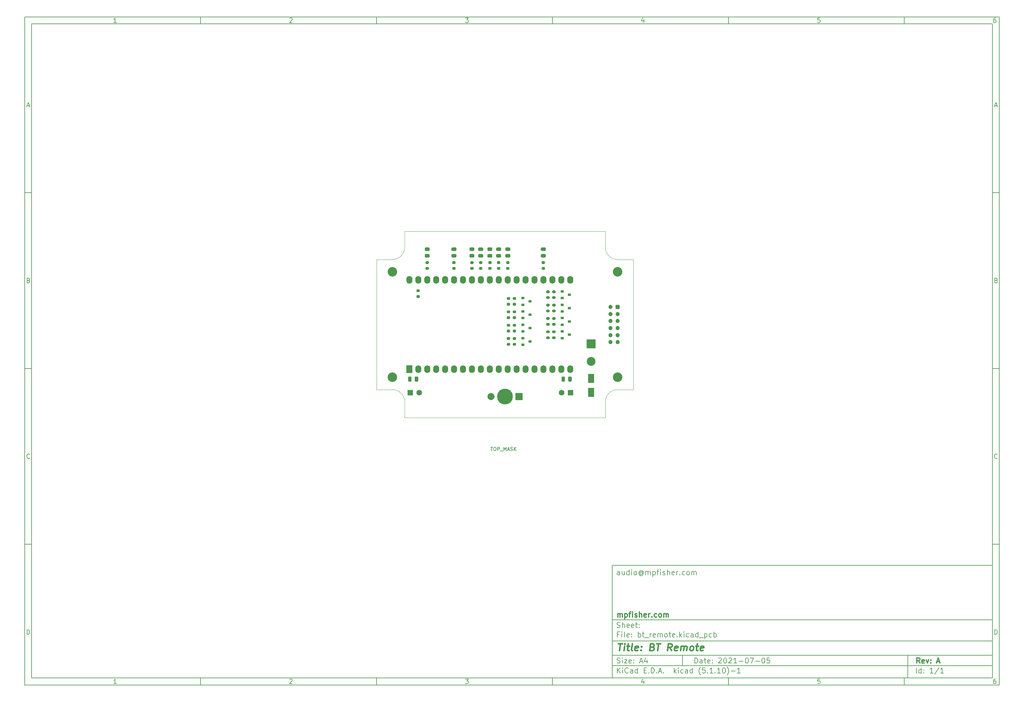
<source format=gbr>
G04 #@! TF.GenerationSoftware,KiCad,Pcbnew,(5.1.10)-1*
G04 #@! TF.CreationDate,2021-11-20T11:05:23+00:00*
G04 #@! TF.ProjectId,bt_remote,62745f72-656d-46f7-9465-2e6b69636164,A*
G04 #@! TF.SameCoordinates,PX68e7780PY7641700*
G04 #@! TF.FileFunction,Soldermask,Top*
G04 #@! TF.FilePolarity,Negative*
%FSLAX46Y46*%
G04 Gerber Fmt 4.6, Leading zero omitted, Abs format (unit mm)*
G04 Created by KiCad (PCBNEW (5.1.10)-1) date 2021-11-20 11:05:23*
%MOMM*%
%LPD*%
G01*
G04 APERTURE LIST*
%ADD10C,0.100000*%
%ADD11C,0.150000*%
%ADD12C,0.300000*%
%ADD13C,0.400000*%
G04 #@! TA.AperFunction,Profile*
%ADD14C,0.050000*%
G04 #@! TD*
%ADD15R,1.800000X2.500000*%
%ADD16C,2.000000*%
%ADD17R,2.000000X2.000000*%
%ADD18R,2.500000X2.500000*%
%ADD19C,2.500000*%
%ADD20C,4.500000*%
%ADD21O,1.700000X2.200000*%
%ADD22R,1.700000X2.200000*%
%ADD23C,1.200000*%
%ADD24R,0.900000X0.800000*%
%ADD25C,2.700000*%
%ADD26C,1.600000*%
%ADD27R,1.600000X1.600000*%
G04 APERTURE END LIST*
D10*
D11*
X67002200Y-42007200D02*
X67002200Y-74007200D01*
X175002200Y-74007200D01*
X175002200Y-42007200D01*
X67002200Y-42007200D01*
D10*
D11*
X-100000000Y114000000D02*
X-100000000Y-76007200D01*
X177002200Y-76007200D01*
X177002200Y114000000D01*
X-100000000Y114000000D01*
D10*
D11*
X-98000000Y112000000D02*
X-98000000Y-74007200D01*
X175002200Y-74007200D01*
X175002200Y112000000D01*
X-98000000Y112000000D01*
D10*
D11*
X-50000000Y112000000D02*
X-50000000Y114000000D01*
D10*
D11*
X0Y112000000D02*
X0Y114000000D01*
D10*
D11*
X50000000Y112000000D02*
X50000000Y114000000D01*
D10*
D11*
X100000000Y112000000D02*
X100000000Y114000000D01*
D10*
D11*
X150000000Y112000000D02*
X150000000Y114000000D01*
D10*
D11*
X-73934524Y112411905D02*
X-74677381Y112411905D01*
X-74305953Y112411905D02*
X-74305953Y113711905D01*
X-74429762Y113526191D01*
X-74553572Y113402381D01*
X-74677381Y113340477D01*
D10*
D11*
X-24677381Y113588096D02*
X-24615477Y113650000D01*
X-24491667Y113711905D01*
X-24182143Y113711905D01*
X-24058334Y113650000D01*
X-23996429Y113588096D01*
X-23934524Y113464286D01*
X-23934524Y113340477D01*
X-23996429Y113154762D01*
X-24739286Y112411905D01*
X-23934524Y112411905D01*
D10*
D11*
X25260714Y113711905D02*
X26065476Y113711905D01*
X25632142Y113216667D01*
X25817857Y113216667D01*
X25941666Y113154762D01*
X26003571Y113092858D01*
X26065476Y112969048D01*
X26065476Y112659524D01*
X26003571Y112535715D01*
X25941666Y112473810D01*
X25817857Y112411905D01*
X25446428Y112411905D01*
X25322619Y112473810D01*
X25260714Y112535715D01*
D10*
D11*
X75941666Y113278572D02*
X75941666Y112411905D01*
X75632142Y113773810D02*
X75322619Y112845239D01*
X76127380Y112845239D01*
D10*
D11*
X126003571Y113711905D02*
X125384523Y113711905D01*
X125322619Y113092858D01*
X125384523Y113154762D01*
X125508333Y113216667D01*
X125817857Y113216667D01*
X125941666Y113154762D01*
X126003571Y113092858D01*
X126065476Y112969048D01*
X126065476Y112659524D01*
X126003571Y112535715D01*
X125941666Y112473810D01*
X125817857Y112411905D01*
X125508333Y112411905D01*
X125384523Y112473810D01*
X125322619Y112535715D01*
D10*
D11*
X175941666Y113711905D02*
X175694047Y113711905D01*
X175570238Y113650000D01*
X175508333Y113588096D01*
X175384523Y113402381D01*
X175322619Y113154762D01*
X175322619Y112659524D01*
X175384523Y112535715D01*
X175446428Y112473810D01*
X175570238Y112411905D01*
X175817857Y112411905D01*
X175941666Y112473810D01*
X176003571Y112535715D01*
X176065476Y112659524D01*
X176065476Y112969048D01*
X176003571Y113092858D01*
X175941666Y113154762D01*
X175817857Y113216667D01*
X175570238Y113216667D01*
X175446428Y113154762D01*
X175384523Y113092858D01*
X175322619Y112969048D01*
D10*
D11*
X-50000000Y-74007200D02*
X-50000000Y-76007200D01*
D10*
D11*
X0Y-74007200D02*
X0Y-76007200D01*
D10*
D11*
X50000000Y-74007200D02*
X50000000Y-76007200D01*
D10*
D11*
X100000000Y-74007200D02*
X100000000Y-76007200D01*
D10*
D11*
X150000000Y-74007200D02*
X150000000Y-76007200D01*
D10*
D11*
X-73934524Y-75595295D02*
X-74677381Y-75595295D01*
X-74305953Y-75595295D02*
X-74305953Y-74295295D01*
X-74429762Y-74481009D01*
X-74553572Y-74604819D01*
X-74677381Y-74666723D01*
D10*
D11*
X-24677381Y-74419104D02*
X-24615477Y-74357200D01*
X-24491667Y-74295295D01*
X-24182143Y-74295295D01*
X-24058334Y-74357200D01*
X-23996429Y-74419104D01*
X-23934524Y-74542914D01*
X-23934524Y-74666723D01*
X-23996429Y-74852438D01*
X-24739286Y-75595295D01*
X-23934524Y-75595295D01*
D10*
D11*
X25260714Y-74295295D02*
X26065476Y-74295295D01*
X25632142Y-74790533D01*
X25817857Y-74790533D01*
X25941666Y-74852438D01*
X26003571Y-74914342D01*
X26065476Y-75038152D01*
X26065476Y-75347676D01*
X26003571Y-75471485D01*
X25941666Y-75533390D01*
X25817857Y-75595295D01*
X25446428Y-75595295D01*
X25322619Y-75533390D01*
X25260714Y-75471485D01*
D10*
D11*
X75941666Y-74728628D02*
X75941666Y-75595295D01*
X75632142Y-74233390D02*
X75322619Y-75161961D01*
X76127380Y-75161961D01*
D10*
D11*
X126003571Y-74295295D02*
X125384523Y-74295295D01*
X125322619Y-74914342D01*
X125384523Y-74852438D01*
X125508333Y-74790533D01*
X125817857Y-74790533D01*
X125941666Y-74852438D01*
X126003571Y-74914342D01*
X126065476Y-75038152D01*
X126065476Y-75347676D01*
X126003571Y-75471485D01*
X125941666Y-75533390D01*
X125817857Y-75595295D01*
X125508333Y-75595295D01*
X125384523Y-75533390D01*
X125322619Y-75471485D01*
D10*
D11*
X175941666Y-74295295D02*
X175694047Y-74295295D01*
X175570238Y-74357200D01*
X175508333Y-74419104D01*
X175384523Y-74604819D01*
X175322619Y-74852438D01*
X175322619Y-75347676D01*
X175384523Y-75471485D01*
X175446428Y-75533390D01*
X175570238Y-75595295D01*
X175817857Y-75595295D01*
X175941666Y-75533390D01*
X176003571Y-75471485D01*
X176065476Y-75347676D01*
X176065476Y-75038152D01*
X176003571Y-74914342D01*
X175941666Y-74852438D01*
X175817857Y-74790533D01*
X175570238Y-74790533D01*
X175446428Y-74852438D01*
X175384523Y-74914342D01*
X175322619Y-75038152D01*
D10*
D11*
X-100000000Y64000000D02*
X-98000000Y64000000D01*
D10*
D11*
X-100000000Y14000000D02*
X-98000000Y14000000D01*
D10*
D11*
X-100000000Y-36000000D02*
X-98000000Y-36000000D01*
D10*
D11*
X-99309524Y88783334D02*
X-98690477Y88783334D01*
X-99433334Y88411905D02*
X-99000000Y89711905D01*
X-98566667Y88411905D01*
D10*
D11*
X-98907143Y39092858D02*
X-98721429Y39030953D01*
X-98659524Y38969048D01*
X-98597620Y38845239D01*
X-98597620Y38659524D01*
X-98659524Y38535715D01*
X-98721429Y38473810D01*
X-98845239Y38411905D01*
X-99340477Y38411905D01*
X-99340477Y39711905D01*
X-98907143Y39711905D01*
X-98783334Y39650000D01*
X-98721429Y39588096D01*
X-98659524Y39464286D01*
X-98659524Y39340477D01*
X-98721429Y39216667D01*
X-98783334Y39154762D01*
X-98907143Y39092858D01*
X-99340477Y39092858D01*
D10*
D11*
X-98597620Y-11464285D02*
X-98659524Y-11526190D01*
X-98845239Y-11588095D01*
X-98969048Y-11588095D01*
X-99154762Y-11526190D01*
X-99278572Y-11402380D01*
X-99340477Y-11278571D01*
X-99402381Y-11030952D01*
X-99402381Y-10845238D01*
X-99340477Y-10597619D01*
X-99278572Y-10473809D01*
X-99154762Y-10350000D01*
X-98969048Y-10288095D01*
X-98845239Y-10288095D01*
X-98659524Y-10350000D01*
X-98597620Y-10411904D01*
D10*
D11*
X-99340477Y-61588095D02*
X-99340477Y-60288095D01*
X-99030953Y-60288095D01*
X-98845239Y-60350000D01*
X-98721429Y-60473809D01*
X-98659524Y-60597619D01*
X-98597620Y-60845238D01*
X-98597620Y-61030952D01*
X-98659524Y-61278571D01*
X-98721429Y-61402380D01*
X-98845239Y-61526190D01*
X-99030953Y-61588095D01*
X-99340477Y-61588095D01*
D10*
D11*
X177002200Y64000000D02*
X175002200Y64000000D01*
D10*
D11*
X177002200Y14000000D02*
X175002200Y14000000D01*
D10*
D11*
X177002200Y-36000000D02*
X175002200Y-36000000D01*
D10*
D11*
X175692676Y88783334D02*
X176311723Y88783334D01*
X175568866Y88411905D02*
X176002200Y89711905D01*
X176435533Y88411905D01*
D10*
D11*
X176095057Y39092858D02*
X176280771Y39030953D01*
X176342676Y38969048D01*
X176404580Y38845239D01*
X176404580Y38659524D01*
X176342676Y38535715D01*
X176280771Y38473810D01*
X176156961Y38411905D01*
X175661723Y38411905D01*
X175661723Y39711905D01*
X176095057Y39711905D01*
X176218866Y39650000D01*
X176280771Y39588096D01*
X176342676Y39464286D01*
X176342676Y39340477D01*
X176280771Y39216667D01*
X176218866Y39154762D01*
X176095057Y39092858D01*
X175661723Y39092858D01*
D10*
D11*
X176404580Y-11464285D02*
X176342676Y-11526190D01*
X176156961Y-11588095D01*
X176033152Y-11588095D01*
X175847438Y-11526190D01*
X175723628Y-11402380D01*
X175661723Y-11278571D01*
X175599819Y-11030952D01*
X175599819Y-10845238D01*
X175661723Y-10597619D01*
X175723628Y-10473809D01*
X175847438Y-10350000D01*
X176033152Y-10288095D01*
X176156961Y-10288095D01*
X176342676Y-10350000D01*
X176404580Y-10411904D01*
D10*
D11*
X175661723Y-61588095D02*
X175661723Y-60288095D01*
X175971247Y-60288095D01*
X176156961Y-60350000D01*
X176280771Y-60473809D01*
X176342676Y-60597619D01*
X176404580Y-60845238D01*
X176404580Y-61030952D01*
X176342676Y-61278571D01*
X176280771Y-61402380D01*
X176156961Y-61526190D01*
X175971247Y-61588095D01*
X175661723Y-61588095D01*
D10*
D11*
X90434342Y-69785771D02*
X90434342Y-68285771D01*
X90791485Y-68285771D01*
X91005771Y-68357200D01*
X91148628Y-68500057D01*
X91220057Y-68642914D01*
X91291485Y-68928628D01*
X91291485Y-69142914D01*
X91220057Y-69428628D01*
X91148628Y-69571485D01*
X91005771Y-69714342D01*
X90791485Y-69785771D01*
X90434342Y-69785771D01*
X92577200Y-69785771D02*
X92577200Y-69000057D01*
X92505771Y-68857200D01*
X92362914Y-68785771D01*
X92077200Y-68785771D01*
X91934342Y-68857200D01*
X92577200Y-69714342D02*
X92434342Y-69785771D01*
X92077200Y-69785771D01*
X91934342Y-69714342D01*
X91862914Y-69571485D01*
X91862914Y-69428628D01*
X91934342Y-69285771D01*
X92077200Y-69214342D01*
X92434342Y-69214342D01*
X92577200Y-69142914D01*
X93077200Y-68785771D02*
X93648628Y-68785771D01*
X93291485Y-68285771D02*
X93291485Y-69571485D01*
X93362914Y-69714342D01*
X93505771Y-69785771D01*
X93648628Y-69785771D01*
X94720057Y-69714342D02*
X94577200Y-69785771D01*
X94291485Y-69785771D01*
X94148628Y-69714342D01*
X94077200Y-69571485D01*
X94077200Y-69000057D01*
X94148628Y-68857200D01*
X94291485Y-68785771D01*
X94577200Y-68785771D01*
X94720057Y-68857200D01*
X94791485Y-69000057D01*
X94791485Y-69142914D01*
X94077200Y-69285771D01*
X95434342Y-69642914D02*
X95505771Y-69714342D01*
X95434342Y-69785771D01*
X95362914Y-69714342D01*
X95434342Y-69642914D01*
X95434342Y-69785771D01*
X95434342Y-68857200D02*
X95505771Y-68928628D01*
X95434342Y-69000057D01*
X95362914Y-68928628D01*
X95434342Y-68857200D01*
X95434342Y-69000057D01*
X97220057Y-68428628D02*
X97291485Y-68357200D01*
X97434342Y-68285771D01*
X97791485Y-68285771D01*
X97934342Y-68357200D01*
X98005771Y-68428628D01*
X98077200Y-68571485D01*
X98077200Y-68714342D01*
X98005771Y-68928628D01*
X97148628Y-69785771D01*
X98077200Y-69785771D01*
X99005771Y-68285771D02*
X99148628Y-68285771D01*
X99291485Y-68357200D01*
X99362914Y-68428628D01*
X99434342Y-68571485D01*
X99505771Y-68857200D01*
X99505771Y-69214342D01*
X99434342Y-69500057D01*
X99362914Y-69642914D01*
X99291485Y-69714342D01*
X99148628Y-69785771D01*
X99005771Y-69785771D01*
X98862914Y-69714342D01*
X98791485Y-69642914D01*
X98720057Y-69500057D01*
X98648628Y-69214342D01*
X98648628Y-68857200D01*
X98720057Y-68571485D01*
X98791485Y-68428628D01*
X98862914Y-68357200D01*
X99005771Y-68285771D01*
X100077200Y-68428628D02*
X100148628Y-68357200D01*
X100291485Y-68285771D01*
X100648628Y-68285771D01*
X100791485Y-68357200D01*
X100862914Y-68428628D01*
X100934342Y-68571485D01*
X100934342Y-68714342D01*
X100862914Y-68928628D01*
X100005771Y-69785771D01*
X100934342Y-69785771D01*
X102362914Y-69785771D02*
X101505771Y-69785771D01*
X101934342Y-69785771D02*
X101934342Y-68285771D01*
X101791485Y-68500057D01*
X101648628Y-68642914D01*
X101505771Y-68714342D01*
X103005771Y-69214342D02*
X104148628Y-69214342D01*
X105148628Y-68285771D02*
X105291485Y-68285771D01*
X105434342Y-68357200D01*
X105505771Y-68428628D01*
X105577200Y-68571485D01*
X105648628Y-68857200D01*
X105648628Y-69214342D01*
X105577200Y-69500057D01*
X105505771Y-69642914D01*
X105434342Y-69714342D01*
X105291485Y-69785771D01*
X105148628Y-69785771D01*
X105005771Y-69714342D01*
X104934342Y-69642914D01*
X104862914Y-69500057D01*
X104791485Y-69214342D01*
X104791485Y-68857200D01*
X104862914Y-68571485D01*
X104934342Y-68428628D01*
X105005771Y-68357200D01*
X105148628Y-68285771D01*
X106148628Y-68285771D02*
X107148628Y-68285771D01*
X106505771Y-69785771D01*
X107720057Y-69214342D02*
X108862914Y-69214342D01*
X109862914Y-68285771D02*
X110005771Y-68285771D01*
X110148628Y-68357200D01*
X110220057Y-68428628D01*
X110291485Y-68571485D01*
X110362914Y-68857200D01*
X110362914Y-69214342D01*
X110291485Y-69500057D01*
X110220057Y-69642914D01*
X110148628Y-69714342D01*
X110005771Y-69785771D01*
X109862914Y-69785771D01*
X109720057Y-69714342D01*
X109648628Y-69642914D01*
X109577200Y-69500057D01*
X109505771Y-69214342D01*
X109505771Y-68857200D01*
X109577200Y-68571485D01*
X109648628Y-68428628D01*
X109720057Y-68357200D01*
X109862914Y-68285771D01*
X111720057Y-68285771D02*
X111005771Y-68285771D01*
X110934342Y-69000057D01*
X111005771Y-68928628D01*
X111148628Y-68857200D01*
X111505771Y-68857200D01*
X111648628Y-68928628D01*
X111720057Y-69000057D01*
X111791485Y-69142914D01*
X111791485Y-69500057D01*
X111720057Y-69642914D01*
X111648628Y-69714342D01*
X111505771Y-69785771D01*
X111148628Y-69785771D01*
X111005771Y-69714342D01*
X110934342Y-69642914D01*
D10*
D11*
X67002200Y-70507200D02*
X175002200Y-70507200D01*
D10*
D11*
X68434342Y-72585771D02*
X68434342Y-71085771D01*
X69291485Y-72585771D02*
X68648628Y-71728628D01*
X69291485Y-71085771D02*
X68434342Y-71942914D01*
X69934342Y-72585771D02*
X69934342Y-71585771D01*
X69934342Y-71085771D02*
X69862914Y-71157200D01*
X69934342Y-71228628D01*
X70005771Y-71157200D01*
X69934342Y-71085771D01*
X69934342Y-71228628D01*
X71505771Y-72442914D02*
X71434342Y-72514342D01*
X71220057Y-72585771D01*
X71077200Y-72585771D01*
X70862914Y-72514342D01*
X70720057Y-72371485D01*
X70648628Y-72228628D01*
X70577200Y-71942914D01*
X70577200Y-71728628D01*
X70648628Y-71442914D01*
X70720057Y-71300057D01*
X70862914Y-71157200D01*
X71077200Y-71085771D01*
X71220057Y-71085771D01*
X71434342Y-71157200D01*
X71505771Y-71228628D01*
X72791485Y-72585771D02*
X72791485Y-71800057D01*
X72720057Y-71657200D01*
X72577200Y-71585771D01*
X72291485Y-71585771D01*
X72148628Y-71657200D01*
X72791485Y-72514342D02*
X72648628Y-72585771D01*
X72291485Y-72585771D01*
X72148628Y-72514342D01*
X72077200Y-72371485D01*
X72077200Y-72228628D01*
X72148628Y-72085771D01*
X72291485Y-72014342D01*
X72648628Y-72014342D01*
X72791485Y-71942914D01*
X74148628Y-72585771D02*
X74148628Y-71085771D01*
X74148628Y-72514342D02*
X74005771Y-72585771D01*
X73720057Y-72585771D01*
X73577200Y-72514342D01*
X73505771Y-72442914D01*
X73434342Y-72300057D01*
X73434342Y-71871485D01*
X73505771Y-71728628D01*
X73577200Y-71657200D01*
X73720057Y-71585771D01*
X74005771Y-71585771D01*
X74148628Y-71657200D01*
X76005771Y-71800057D02*
X76505771Y-71800057D01*
X76720057Y-72585771D02*
X76005771Y-72585771D01*
X76005771Y-71085771D01*
X76720057Y-71085771D01*
X77362914Y-72442914D02*
X77434342Y-72514342D01*
X77362914Y-72585771D01*
X77291485Y-72514342D01*
X77362914Y-72442914D01*
X77362914Y-72585771D01*
X78077200Y-72585771D02*
X78077200Y-71085771D01*
X78434342Y-71085771D01*
X78648628Y-71157200D01*
X78791485Y-71300057D01*
X78862914Y-71442914D01*
X78934342Y-71728628D01*
X78934342Y-71942914D01*
X78862914Y-72228628D01*
X78791485Y-72371485D01*
X78648628Y-72514342D01*
X78434342Y-72585771D01*
X78077200Y-72585771D01*
X79577200Y-72442914D02*
X79648628Y-72514342D01*
X79577200Y-72585771D01*
X79505771Y-72514342D01*
X79577200Y-72442914D01*
X79577200Y-72585771D01*
X80220057Y-72157200D02*
X80934342Y-72157200D01*
X80077200Y-72585771D02*
X80577200Y-71085771D01*
X81077200Y-72585771D01*
X81577200Y-72442914D02*
X81648628Y-72514342D01*
X81577200Y-72585771D01*
X81505771Y-72514342D01*
X81577200Y-72442914D01*
X81577200Y-72585771D01*
X84577200Y-72585771D02*
X84577200Y-71085771D01*
X84720057Y-72014342D02*
X85148628Y-72585771D01*
X85148628Y-71585771D02*
X84577200Y-72157200D01*
X85791485Y-72585771D02*
X85791485Y-71585771D01*
X85791485Y-71085771D02*
X85720057Y-71157200D01*
X85791485Y-71228628D01*
X85862914Y-71157200D01*
X85791485Y-71085771D01*
X85791485Y-71228628D01*
X87148628Y-72514342D02*
X87005771Y-72585771D01*
X86720057Y-72585771D01*
X86577200Y-72514342D01*
X86505771Y-72442914D01*
X86434342Y-72300057D01*
X86434342Y-71871485D01*
X86505771Y-71728628D01*
X86577200Y-71657200D01*
X86720057Y-71585771D01*
X87005771Y-71585771D01*
X87148628Y-71657200D01*
X88434342Y-72585771D02*
X88434342Y-71800057D01*
X88362914Y-71657200D01*
X88220057Y-71585771D01*
X87934342Y-71585771D01*
X87791485Y-71657200D01*
X88434342Y-72514342D02*
X88291485Y-72585771D01*
X87934342Y-72585771D01*
X87791485Y-72514342D01*
X87720057Y-72371485D01*
X87720057Y-72228628D01*
X87791485Y-72085771D01*
X87934342Y-72014342D01*
X88291485Y-72014342D01*
X88434342Y-71942914D01*
X89791485Y-72585771D02*
X89791485Y-71085771D01*
X89791485Y-72514342D02*
X89648628Y-72585771D01*
X89362914Y-72585771D01*
X89220057Y-72514342D01*
X89148628Y-72442914D01*
X89077200Y-72300057D01*
X89077200Y-71871485D01*
X89148628Y-71728628D01*
X89220057Y-71657200D01*
X89362914Y-71585771D01*
X89648628Y-71585771D01*
X89791485Y-71657200D01*
X92077200Y-73157200D02*
X92005771Y-73085771D01*
X91862914Y-72871485D01*
X91791485Y-72728628D01*
X91720057Y-72514342D01*
X91648628Y-72157200D01*
X91648628Y-71871485D01*
X91720057Y-71514342D01*
X91791485Y-71300057D01*
X91862914Y-71157200D01*
X92005771Y-70942914D01*
X92077200Y-70871485D01*
X93362914Y-71085771D02*
X92648628Y-71085771D01*
X92577200Y-71800057D01*
X92648628Y-71728628D01*
X92791485Y-71657200D01*
X93148628Y-71657200D01*
X93291485Y-71728628D01*
X93362914Y-71800057D01*
X93434342Y-71942914D01*
X93434342Y-72300057D01*
X93362914Y-72442914D01*
X93291485Y-72514342D01*
X93148628Y-72585771D01*
X92791485Y-72585771D01*
X92648628Y-72514342D01*
X92577200Y-72442914D01*
X94077200Y-72442914D02*
X94148628Y-72514342D01*
X94077200Y-72585771D01*
X94005771Y-72514342D01*
X94077200Y-72442914D01*
X94077200Y-72585771D01*
X95577200Y-72585771D02*
X94720057Y-72585771D01*
X95148628Y-72585771D02*
X95148628Y-71085771D01*
X95005771Y-71300057D01*
X94862914Y-71442914D01*
X94720057Y-71514342D01*
X96220057Y-72442914D02*
X96291485Y-72514342D01*
X96220057Y-72585771D01*
X96148628Y-72514342D01*
X96220057Y-72442914D01*
X96220057Y-72585771D01*
X97720057Y-72585771D02*
X96862914Y-72585771D01*
X97291485Y-72585771D02*
X97291485Y-71085771D01*
X97148628Y-71300057D01*
X97005771Y-71442914D01*
X96862914Y-71514342D01*
X98648628Y-71085771D02*
X98791485Y-71085771D01*
X98934342Y-71157200D01*
X99005771Y-71228628D01*
X99077200Y-71371485D01*
X99148628Y-71657200D01*
X99148628Y-72014342D01*
X99077200Y-72300057D01*
X99005771Y-72442914D01*
X98934342Y-72514342D01*
X98791485Y-72585771D01*
X98648628Y-72585771D01*
X98505771Y-72514342D01*
X98434342Y-72442914D01*
X98362914Y-72300057D01*
X98291485Y-72014342D01*
X98291485Y-71657200D01*
X98362914Y-71371485D01*
X98434342Y-71228628D01*
X98505771Y-71157200D01*
X98648628Y-71085771D01*
X99648628Y-73157200D02*
X99720057Y-73085771D01*
X99862914Y-72871485D01*
X99934342Y-72728628D01*
X100005771Y-72514342D01*
X100077200Y-72157200D01*
X100077200Y-71871485D01*
X100005771Y-71514342D01*
X99934342Y-71300057D01*
X99862914Y-71157200D01*
X99720057Y-70942914D01*
X99648628Y-70871485D01*
X100791485Y-72014342D02*
X101934342Y-72014342D01*
X103434342Y-72585771D02*
X102577200Y-72585771D01*
X103005771Y-72585771D02*
X103005771Y-71085771D01*
X102862914Y-71300057D01*
X102720057Y-71442914D01*
X102577200Y-71514342D01*
D10*
D11*
X67002200Y-67507200D02*
X175002200Y-67507200D01*
D10*
D12*
X154411485Y-69785771D02*
X153911485Y-69071485D01*
X153554342Y-69785771D02*
X153554342Y-68285771D01*
X154125771Y-68285771D01*
X154268628Y-68357200D01*
X154340057Y-68428628D01*
X154411485Y-68571485D01*
X154411485Y-68785771D01*
X154340057Y-68928628D01*
X154268628Y-69000057D01*
X154125771Y-69071485D01*
X153554342Y-69071485D01*
X155625771Y-69714342D02*
X155482914Y-69785771D01*
X155197200Y-69785771D01*
X155054342Y-69714342D01*
X154982914Y-69571485D01*
X154982914Y-69000057D01*
X155054342Y-68857200D01*
X155197200Y-68785771D01*
X155482914Y-68785771D01*
X155625771Y-68857200D01*
X155697200Y-69000057D01*
X155697200Y-69142914D01*
X154982914Y-69285771D01*
X156197200Y-68785771D02*
X156554342Y-69785771D01*
X156911485Y-68785771D01*
X157482914Y-69642914D02*
X157554342Y-69714342D01*
X157482914Y-69785771D01*
X157411485Y-69714342D01*
X157482914Y-69642914D01*
X157482914Y-69785771D01*
X157482914Y-68857200D02*
X157554342Y-68928628D01*
X157482914Y-69000057D01*
X157411485Y-68928628D01*
X157482914Y-68857200D01*
X157482914Y-69000057D01*
X159268628Y-69357200D02*
X159982914Y-69357200D01*
X159125771Y-69785771D02*
X159625771Y-68285771D01*
X160125771Y-69785771D01*
D10*
D11*
X68362914Y-69714342D02*
X68577200Y-69785771D01*
X68934342Y-69785771D01*
X69077200Y-69714342D01*
X69148628Y-69642914D01*
X69220057Y-69500057D01*
X69220057Y-69357200D01*
X69148628Y-69214342D01*
X69077200Y-69142914D01*
X68934342Y-69071485D01*
X68648628Y-69000057D01*
X68505771Y-68928628D01*
X68434342Y-68857200D01*
X68362914Y-68714342D01*
X68362914Y-68571485D01*
X68434342Y-68428628D01*
X68505771Y-68357200D01*
X68648628Y-68285771D01*
X69005771Y-68285771D01*
X69220057Y-68357200D01*
X69862914Y-69785771D02*
X69862914Y-68785771D01*
X69862914Y-68285771D02*
X69791485Y-68357200D01*
X69862914Y-68428628D01*
X69934342Y-68357200D01*
X69862914Y-68285771D01*
X69862914Y-68428628D01*
X70434342Y-68785771D02*
X71220057Y-68785771D01*
X70434342Y-69785771D01*
X71220057Y-69785771D01*
X72362914Y-69714342D02*
X72220057Y-69785771D01*
X71934342Y-69785771D01*
X71791485Y-69714342D01*
X71720057Y-69571485D01*
X71720057Y-69000057D01*
X71791485Y-68857200D01*
X71934342Y-68785771D01*
X72220057Y-68785771D01*
X72362914Y-68857200D01*
X72434342Y-69000057D01*
X72434342Y-69142914D01*
X71720057Y-69285771D01*
X73077200Y-69642914D02*
X73148628Y-69714342D01*
X73077200Y-69785771D01*
X73005771Y-69714342D01*
X73077200Y-69642914D01*
X73077200Y-69785771D01*
X73077200Y-68857200D02*
X73148628Y-68928628D01*
X73077200Y-69000057D01*
X73005771Y-68928628D01*
X73077200Y-68857200D01*
X73077200Y-69000057D01*
X74862914Y-69357200D02*
X75577200Y-69357200D01*
X74720057Y-69785771D02*
X75220057Y-68285771D01*
X75720057Y-69785771D01*
X76862914Y-68785771D02*
X76862914Y-69785771D01*
X76505771Y-68214342D02*
X76148628Y-69285771D01*
X77077200Y-69285771D01*
D10*
D11*
X153434342Y-72585771D02*
X153434342Y-71085771D01*
X154791485Y-72585771D02*
X154791485Y-71085771D01*
X154791485Y-72514342D02*
X154648628Y-72585771D01*
X154362914Y-72585771D01*
X154220057Y-72514342D01*
X154148628Y-72442914D01*
X154077200Y-72300057D01*
X154077200Y-71871485D01*
X154148628Y-71728628D01*
X154220057Y-71657200D01*
X154362914Y-71585771D01*
X154648628Y-71585771D01*
X154791485Y-71657200D01*
X155505771Y-72442914D02*
X155577200Y-72514342D01*
X155505771Y-72585771D01*
X155434342Y-72514342D01*
X155505771Y-72442914D01*
X155505771Y-72585771D01*
X155505771Y-71657200D02*
X155577200Y-71728628D01*
X155505771Y-71800057D01*
X155434342Y-71728628D01*
X155505771Y-71657200D01*
X155505771Y-71800057D01*
X158148628Y-72585771D02*
X157291485Y-72585771D01*
X157720057Y-72585771D02*
X157720057Y-71085771D01*
X157577200Y-71300057D01*
X157434342Y-71442914D01*
X157291485Y-71514342D01*
X159862914Y-71014342D02*
X158577200Y-72942914D01*
X161148628Y-72585771D02*
X160291485Y-72585771D01*
X160720057Y-72585771D02*
X160720057Y-71085771D01*
X160577200Y-71300057D01*
X160434342Y-71442914D01*
X160291485Y-71514342D01*
D10*
D11*
X67002200Y-63507200D02*
X175002200Y-63507200D01*
D10*
D13*
X68714580Y-64211961D02*
X69857438Y-64211961D01*
X69036009Y-66211961D02*
X69286009Y-64211961D01*
X70274104Y-66211961D02*
X70440771Y-64878628D01*
X70524104Y-64211961D02*
X70416961Y-64307200D01*
X70500295Y-64402438D01*
X70607438Y-64307200D01*
X70524104Y-64211961D01*
X70500295Y-64402438D01*
X71107438Y-64878628D02*
X71869342Y-64878628D01*
X71476485Y-64211961D02*
X71262200Y-65926247D01*
X71333628Y-66116723D01*
X71512200Y-66211961D01*
X71702676Y-66211961D01*
X72655057Y-66211961D02*
X72476485Y-66116723D01*
X72405057Y-65926247D01*
X72619342Y-64211961D01*
X74190771Y-66116723D02*
X73988390Y-66211961D01*
X73607438Y-66211961D01*
X73428866Y-66116723D01*
X73357438Y-65926247D01*
X73452676Y-65164342D01*
X73571723Y-64973866D01*
X73774104Y-64878628D01*
X74155057Y-64878628D01*
X74333628Y-64973866D01*
X74405057Y-65164342D01*
X74381247Y-65354819D01*
X73405057Y-65545295D01*
X75155057Y-66021485D02*
X75238390Y-66116723D01*
X75131247Y-66211961D01*
X75047914Y-66116723D01*
X75155057Y-66021485D01*
X75131247Y-66211961D01*
X75286009Y-64973866D02*
X75369342Y-65069104D01*
X75262200Y-65164342D01*
X75178866Y-65069104D01*
X75286009Y-64973866D01*
X75262200Y-65164342D01*
X78405057Y-65164342D02*
X78678866Y-65259580D01*
X78762200Y-65354819D01*
X78833628Y-65545295D01*
X78797914Y-65831009D01*
X78678866Y-66021485D01*
X78571723Y-66116723D01*
X78369342Y-66211961D01*
X77607438Y-66211961D01*
X77857438Y-64211961D01*
X78524104Y-64211961D01*
X78702676Y-64307200D01*
X78786009Y-64402438D01*
X78857438Y-64592914D01*
X78833628Y-64783390D01*
X78714580Y-64973866D01*
X78607438Y-65069104D01*
X78405057Y-65164342D01*
X77738390Y-65164342D01*
X79571723Y-64211961D02*
X80714580Y-64211961D01*
X79893152Y-66211961D02*
X80143152Y-64211961D01*
X83797914Y-66211961D02*
X83250295Y-65259580D01*
X82655057Y-66211961D02*
X82905057Y-64211961D01*
X83666961Y-64211961D01*
X83845533Y-64307200D01*
X83928866Y-64402438D01*
X84000295Y-64592914D01*
X83964580Y-64878628D01*
X83845533Y-65069104D01*
X83738390Y-65164342D01*
X83536009Y-65259580D01*
X82774104Y-65259580D01*
X85428866Y-66116723D02*
X85226485Y-66211961D01*
X84845533Y-66211961D01*
X84666961Y-66116723D01*
X84595533Y-65926247D01*
X84690771Y-65164342D01*
X84809819Y-64973866D01*
X85012200Y-64878628D01*
X85393152Y-64878628D01*
X85571723Y-64973866D01*
X85643152Y-65164342D01*
X85619342Y-65354819D01*
X84643152Y-65545295D01*
X86369342Y-66211961D02*
X86536009Y-64878628D01*
X86512200Y-65069104D02*
X86619342Y-64973866D01*
X86821723Y-64878628D01*
X87107438Y-64878628D01*
X87286009Y-64973866D01*
X87357438Y-65164342D01*
X87226485Y-66211961D01*
X87357438Y-65164342D02*
X87476485Y-64973866D01*
X87678866Y-64878628D01*
X87964580Y-64878628D01*
X88143152Y-64973866D01*
X88214580Y-65164342D01*
X88083628Y-66211961D01*
X89321723Y-66211961D02*
X89143152Y-66116723D01*
X89059819Y-66021485D01*
X88988390Y-65831009D01*
X89059819Y-65259580D01*
X89178866Y-65069104D01*
X89286009Y-64973866D01*
X89488390Y-64878628D01*
X89774104Y-64878628D01*
X89952676Y-64973866D01*
X90036009Y-65069104D01*
X90107438Y-65259580D01*
X90036009Y-65831009D01*
X89916961Y-66021485D01*
X89809819Y-66116723D01*
X89607438Y-66211961D01*
X89321723Y-66211961D01*
X90726485Y-64878628D02*
X91488390Y-64878628D01*
X91095533Y-64211961D02*
X90881247Y-65926247D01*
X90952676Y-66116723D01*
X91131247Y-66211961D01*
X91321723Y-66211961D01*
X92762200Y-66116723D02*
X92559819Y-66211961D01*
X92178866Y-66211961D01*
X92000295Y-66116723D01*
X91928866Y-65926247D01*
X92024104Y-65164342D01*
X92143152Y-64973866D01*
X92345533Y-64878628D01*
X92726485Y-64878628D01*
X92905057Y-64973866D01*
X92976485Y-65164342D01*
X92952676Y-65354819D01*
X91976485Y-65545295D01*
D10*
D11*
X68934342Y-61600057D02*
X68434342Y-61600057D01*
X68434342Y-62385771D02*
X68434342Y-60885771D01*
X69148628Y-60885771D01*
X69720057Y-62385771D02*
X69720057Y-61385771D01*
X69720057Y-60885771D02*
X69648628Y-60957200D01*
X69720057Y-61028628D01*
X69791485Y-60957200D01*
X69720057Y-60885771D01*
X69720057Y-61028628D01*
X70648628Y-62385771D02*
X70505771Y-62314342D01*
X70434342Y-62171485D01*
X70434342Y-60885771D01*
X71791485Y-62314342D02*
X71648628Y-62385771D01*
X71362914Y-62385771D01*
X71220057Y-62314342D01*
X71148628Y-62171485D01*
X71148628Y-61600057D01*
X71220057Y-61457200D01*
X71362914Y-61385771D01*
X71648628Y-61385771D01*
X71791485Y-61457200D01*
X71862914Y-61600057D01*
X71862914Y-61742914D01*
X71148628Y-61885771D01*
X72505771Y-62242914D02*
X72577200Y-62314342D01*
X72505771Y-62385771D01*
X72434342Y-62314342D01*
X72505771Y-62242914D01*
X72505771Y-62385771D01*
X72505771Y-61457200D02*
X72577200Y-61528628D01*
X72505771Y-61600057D01*
X72434342Y-61528628D01*
X72505771Y-61457200D01*
X72505771Y-61600057D01*
X74362914Y-62385771D02*
X74362914Y-60885771D01*
X74362914Y-61457200D02*
X74505771Y-61385771D01*
X74791485Y-61385771D01*
X74934342Y-61457200D01*
X75005771Y-61528628D01*
X75077200Y-61671485D01*
X75077200Y-62100057D01*
X75005771Y-62242914D01*
X74934342Y-62314342D01*
X74791485Y-62385771D01*
X74505771Y-62385771D01*
X74362914Y-62314342D01*
X75505771Y-61385771D02*
X76077200Y-61385771D01*
X75720057Y-60885771D02*
X75720057Y-62171485D01*
X75791485Y-62314342D01*
X75934342Y-62385771D01*
X76077200Y-62385771D01*
X76220057Y-62528628D02*
X77362914Y-62528628D01*
X77720057Y-62385771D02*
X77720057Y-61385771D01*
X77720057Y-61671485D02*
X77791485Y-61528628D01*
X77862914Y-61457200D01*
X78005771Y-61385771D01*
X78148628Y-61385771D01*
X79220057Y-62314342D02*
X79077200Y-62385771D01*
X78791485Y-62385771D01*
X78648628Y-62314342D01*
X78577200Y-62171485D01*
X78577200Y-61600057D01*
X78648628Y-61457200D01*
X78791485Y-61385771D01*
X79077200Y-61385771D01*
X79220057Y-61457200D01*
X79291485Y-61600057D01*
X79291485Y-61742914D01*
X78577200Y-61885771D01*
X79934342Y-62385771D02*
X79934342Y-61385771D01*
X79934342Y-61528628D02*
X80005771Y-61457200D01*
X80148628Y-61385771D01*
X80362914Y-61385771D01*
X80505771Y-61457200D01*
X80577200Y-61600057D01*
X80577200Y-62385771D01*
X80577200Y-61600057D02*
X80648628Y-61457200D01*
X80791485Y-61385771D01*
X81005771Y-61385771D01*
X81148628Y-61457200D01*
X81220057Y-61600057D01*
X81220057Y-62385771D01*
X82148628Y-62385771D02*
X82005771Y-62314342D01*
X81934342Y-62242914D01*
X81862914Y-62100057D01*
X81862914Y-61671485D01*
X81934342Y-61528628D01*
X82005771Y-61457200D01*
X82148628Y-61385771D01*
X82362914Y-61385771D01*
X82505771Y-61457200D01*
X82577200Y-61528628D01*
X82648628Y-61671485D01*
X82648628Y-62100057D01*
X82577200Y-62242914D01*
X82505771Y-62314342D01*
X82362914Y-62385771D01*
X82148628Y-62385771D01*
X83077200Y-61385771D02*
X83648628Y-61385771D01*
X83291485Y-60885771D02*
X83291485Y-62171485D01*
X83362914Y-62314342D01*
X83505771Y-62385771D01*
X83648628Y-62385771D01*
X84720057Y-62314342D02*
X84577200Y-62385771D01*
X84291485Y-62385771D01*
X84148628Y-62314342D01*
X84077200Y-62171485D01*
X84077200Y-61600057D01*
X84148628Y-61457200D01*
X84291485Y-61385771D01*
X84577200Y-61385771D01*
X84720057Y-61457200D01*
X84791485Y-61600057D01*
X84791485Y-61742914D01*
X84077200Y-61885771D01*
X85434342Y-62242914D02*
X85505771Y-62314342D01*
X85434342Y-62385771D01*
X85362914Y-62314342D01*
X85434342Y-62242914D01*
X85434342Y-62385771D01*
X86148628Y-62385771D02*
X86148628Y-60885771D01*
X86291485Y-61814342D02*
X86720057Y-62385771D01*
X86720057Y-61385771D02*
X86148628Y-61957200D01*
X87362914Y-62385771D02*
X87362914Y-61385771D01*
X87362914Y-60885771D02*
X87291485Y-60957200D01*
X87362914Y-61028628D01*
X87434342Y-60957200D01*
X87362914Y-60885771D01*
X87362914Y-61028628D01*
X88720057Y-62314342D02*
X88577200Y-62385771D01*
X88291485Y-62385771D01*
X88148628Y-62314342D01*
X88077200Y-62242914D01*
X88005771Y-62100057D01*
X88005771Y-61671485D01*
X88077200Y-61528628D01*
X88148628Y-61457200D01*
X88291485Y-61385771D01*
X88577200Y-61385771D01*
X88720057Y-61457200D01*
X90005771Y-62385771D02*
X90005771Y-61600057D01*
X89934342Y-61457200D01*
X89791485Y-61385771D01*
X89505771Y-61385771D01*
X89362914Y-61457200D01*
X90005771Y-62314342D02*
X89862914Y-62385771D01*
X89505771Y-62385771D01*
X89362914Y-62314342D01*
X89291485Y-62171485D01*
X89291485Y-62028628D01*
X89362914Y-61885771D01*
X89505771Y-61814342D01*
X89862914Y-61814342D01*
X90005771Y-61742914D01*
X91362914Y-62385771D02*
X91362914Y-60885771D01*
X91362914Y-62314342D02*
X91220057Y-62385771D01*
X90934342Y-62385771D01*
X90791485Y-62314342D01*
X90720057Y-62242914D01*
X90648628Y-62100057D01*
X90648628Y-61671485D01*
X90720057Y-61528628D01*
X90791485Y-61457200D01*
X90934342Y-61385771D01*
X91220057Y-61385771D01*
X91362914Y-61457200D01*
X91720057Y-62528628D02*
X92862914Y-62528628D01*
X93220057Y-61385771D02*
X93220057Y-62885771D01*
X93220057Y-61457200D02*
X93362914Y-61385771D01*
X93648628Y-61385771D01*
X93791485Y-61457200D01*
X93862914Y-61528628D01*
X93934342Y-61671485D01*
X93934342Y-62100057D01*
X93862914Y-62242914D01*
X93791485Y-62314342D01*
X93648628Y-62385771D01*
X93362914Y-62385771D01*
X93220057Y-62314342D01*
X95220057Y-62314342D02*
X95077200Y-62385771D01*
X94791485Y-62385771D01*
X94648628Y-62314342D01*
X94577200Y-62242914D01*
X94505771Y-62100057D01*
X94505771Y-61671485D01*
X94577200Y-61528628D01*
X94648628Y-61457200D01*
X94791485Y-61385771D01*
X95077200Y-61385771D01*
X95220057Y-61457200D01*
X95862914Y-62385771D02*
X95862914Y-60885771D01*
X95862914Y-61457200D02*
X96005771Y-61385771D01*
X96291485Y-61385771D01*
X96434342Y-61457200D01*
X96505771Y-61528628D01*
X96577200Y-61671485D01*
X96577200Y-62100057D01*
X96505771Y-62242914D01*
X96434342Y-62314342D01*
X96291485Y-62385771D01*
X96005771Y-62385771D01*
X95862914Y-62314342D01*
D10*
D11*
X67002200Y-57507200D02*
X175002200Y-57507200D01*
D10*
D11*
X68362914Y-59614342D02*
X68577200Y-59685771D01*
X68934342Y-59685771D01*
X69077200Y-59614342D01*
X69148628Y-59542914D01*
X69220057Y-59400057D01*
X69220057Y-59257200D01*
X69148628Y-59114342D01*
X69077200Y-59042914D01*
X68934342Y-58971485D01*
X68648628Y-58900057D01*
X68505771Y-58828628D01*
X68434342Y-58757200D01*
X68362914Y-58614342D01*
X68362914Y-58471485D01*
X68434342Y-58328628D01*
X68505771Y-58257200D01*
X68648628Y-58185771D01*
X69005771Y-58185771D01*
X69220057Y-58257200D01*
X69862914Y-59685771D02*
X69862914Y-58185771D01*
X70505771Y-59685771D02*
X70505771Y-58900057D01*
X70434342Y-58757200D01*
X70291485Y-58685771D01*
X70077200Y-58685771D01*
X69934342Y-58757200D01*
X69862914Y-58828628D01*
X71791485Y-59614342D02*
X71648628Y-59685771D01*
X71362914Y-59685771D01*
X71220057Y-59614342D01*
X71148628Y-59471485D01*
X71148628Y-58900057D01*
X71220057Y-58757200D01*
X71362914Y-58685771D01*
X71648628Y-58685771D01*
X71791485Y-58757200D01*
X71862914Y-58900057D01*
X71862914Y-59042914D01*
X71148628Y-59185771D01*
X73077200Y-59614342D02*
X72934342Y-59685771D01*
X72648628Y-59685771D01*
X72505771Y-59614342D01*
X72434342Y-59471485D01*
X72434342Y-58900057D01*
X72505771Y-58757200D01*
X72648628Y-58685771D01*
X72934342Y-58685771D01*
X73077200Y-58757200D01*
X73148628Y-58900057D01*
X73148628Y-59042914D01*
X72434342Y-59185771D01*
X73577200Y-58685771D02*
X74148628Y-58685771D01*
X73791485Y-58185771D02*
X73791485Y-59471485D01*
X73862914Y-59614342D01*
X74005771Y-59685771D01*
X74148628Y-59685771D01*
X74648628Y-59542914D02*
X74720057Y-59614342D01*
X74648628Y-59685771D01*
X74577200Y-59614342D01*
X74648628Y-59542914D01*
X74648628Y-59685771D01*
X74648628Y-58757200D02*
X74720057Y-58828628D01*
X74648628Y-58900057D01*
X74577200Y-58828628D01*
X74648628Y-58757200D01*
X74648628Y-58900057D01*
D10*
D12*
X68554342Y-56685771D02*
X68554342Y-55685771D01*
X68554342Y-55828628D02*
X68625771Y-55757200D01*
X68768628Y-55685771D01*
X68982914Y-55685771D01*
X69125771Y-55757200D01*
X69197200Y-55900057D01*
X69197200Y-56685771D01*
X69197200Y-55900057D02*
X69268628Y-55757200D01*
X69411485Y-55685771D01*
X69625771Y-55685771D01*
X69768628Y-55757200D01*
X69840057Y-55900057D01*
X69840057Y-56685771D01*
X70554342Y-55685771D02*
X70554342Y-57185771D01*
X70554342Y-55757200D02*
X70697200Y-55685771D01*
X70982914Y-55685771D01*
X71125771Y-55757200D01*
X71197200Y-55828628D01*
X71268628Y-55971485D01*
X71268628Y-56400057D01*
X71197200Y-56542914D01*
X71125771Y-56614342D01*
X70982914Y-56685771D01*
X70697200Y-56685771D01*
X70554342Y-56614342D01*
X71697200Y-55685771D02*
X72268628Y-55685771D01*
X71911485Y-56685771D02*
X71911485Y-55400057D01*
X71982914Y-55257200D01*
X72125771Y-55185771D01*
X72268628Y-55185771D01*
X72768628Y-56685771D02*
X72768628Y-55685771D01*
X72768628Y-55185771D02*
X72697200Y-55257200D01*
X72768628Y-55328628D01*
X72840057Y-55257200D01*
X72768628Y-55185771D01*
X72768628Y-55328628D01*
X73411485Y-56614342D02*
X73554342Y-56685771D01*
X73840057Y-56685771D01*
X73982914Y-56614342D01*
X74054342Y-56471485D01*
X74054342Y-56400057D01*
X73982914Y-56257200D01*
X73840057Y-56185771D01*
X73625771Y-56185771D01*
X73482914Y-56114342D01*
X73411485Y-55971485D01*
X73411485Y-55900057D01*
X73482914Y-55757200D01*
X73625771Y-55685771D01*
X73840057Y-55685771D01*
X73982914Y-55757200D01*
X74697200Y-56685771D02*
X74697200Y-55185771D01*
X75340057Y-56685771D02*
X75340057Y-55900057D01*
X75268628Y-55757200D01*
X75125771Y-55685771D01*
X74911485Y-55685771D01*
X74768628Y-55757200D01*
X74697200Y-55828628D01*
X76625771Y-56614342D02*
X76482914Y-56685771D01*
X76197200Y-56685771D01*
X76054342Y-56614342D01*
X75982914Y-56471485D01*
X75982914Y-55900057D01*
X76054342Y-55757200D01*
X76197200Y-55685771D01*
X76482914Y-55685771D01*
X76625771Y-55757200D01*
X76697200Y-55900057D01*
X76697200Y-56042914D01*
X75982914Y-56185771D01*
X77340057Y-56685771D02*
X77340057Y-55685771D01*
X77340057Y-55971485D02*
X77411485Y-55828628D01*
X77482914Y-55757200D01*
X77625771Y-55685771D01*
X77768628Y-55685771D01*
X78268628Y-56542914D02*
X78340057Y-56614342D01*
X78268628Y-56685771D01*
X78197200Y-56614342D01*
X78268628Y-56542914D01*
X78268628Y-56685771D01*
X79625771Y-56614342D02*
X79482914Y-56685771D01*
X79197200Y-56685771D01*
X79054342Y-56614342D01*
X78982914Y-56542914D01*
X78911485Y-56400057D01*
X78911485Y-55971485D01*
X78982914Y-55828628D01*
X79054342Y-55757200D01*
X79197200Y-55685771D01*
X79482914Y-55685771D01*
X79625771Y-55757200D01*
X80482914Y-56685771D02*
X80340057Y-56614342D01*
X80268628Y-56542914D01*
X80197200Y-56400057D01*
X80197200Y-55971485D01*
X80268628Y-55828628D01*
X80340057Y-55757200D01*
X80482914Y-55685771D01*
X80697200Y-55685771D01*
X80840057Y-55757200D01*
X80911485Y-55828628D01*
X80982914Y-55971485D01*
X80982914Y-56400057D01*
X80911485Y-56542914D01*
X80840057Y-56614342D01*
X80697200Y-56685771D01*
X80482914Y-56685771D01*
X81625771Y-56685771D02*
X81625771Y-55685771D01*
X81625771Y-55828628D02*
X81697200Y-55757200D01*
X81840057Y-55685771D01*
X82054342Y-55685771D01*
X82197200Y-55757200D01*
X82268628Y-55900057D01*
X82268628Y-56685771D01*
X82268628Y-55900057D02*
X82340057Y-55757200D01*
X82482914Y-55685771D01*
X82697200Y-55685771D01*
X82840057Y-55757200D01*
X82911485Y-55900057D01*
X82911485Y-56685771D01*
D10*
D11*
X69077200Y-44685771D02*
X69077200Y-43900057D01*
X69005771Y-43757200D01*
X68862914Y-43685771D01*
X68577200Y-43685771D01*
X68434342Y-43757200D01*
X69077200Y-44614342D02*
X68934342Y-44685771D01*
X68577200Y-44685771D01*
X68434342Y-44614342D01*
X68362914Y-44471485D01*
X68362914Y-44328628D01*
X68434342Y-44185771D01*
X68577200Y-44114342D01*
X68934342Y-44114342D01*
X69077200Y-44042914D01*
X70434342Y-43685771D02*
X70434342Y-44685771D01*
X69791485Y-43685771D02*
X69791485Y-44471485D01*
X69862914Y-44614342D01*
X70005771Y-44685771D01*
X70220057Y-44685771D01*
X70362914Y-44614342D01*
X70434342Y-44542914D01*
X71791485Y-44685771D02*
X71791485Y-43185771D01*
X71791485Y-44614342D02*
X71648628Y-44685771D01*
X71362914Y-44685771D01*
X71220057Y-44614342D01*
X71148628Y-44542914D01*
X71077200Y-44400057D01*
X71077200Y-43971485D01*
X71148628Y-43828628D01*
X71220057Y-43757200D01*
X71362914Y-43685771D01*
X71648628Y-43685771D01*
X71791485Y-43757200D01*
X72505771Y-44685771D02*
X72505771Y-43685771D01*
X72505771Y-43185771D02*
X72434342Y-43257200D01*
X72505771Y-43328628D01*
X72577200Y-43257200D01*
X72505771Y-43185771D01*
X72505771Y-43328628D01*
X73434342Y-44685771D02*
X73291485Y-44614342D01*
X73220057Y-44542914D01*
X73148628Y-44400057D01*
X73148628Y-43971485D01*
X73220057Y-43828628D01*
X73291485Y-43757200D01*
X73434342Y-43685771D01*
X73648628Y-43685771D01*
X73791485Y-43757200D01*
X73862914Y-43828628D01*
X73934342Y-43971485D01*
X73934342Y-44400057D01*
X73862914Y-44542914D01*
X73791485Y-44614342D01*
X73648628Y-44685771D01*
X73434342Y-44685771D01*
X75505771Y-43971485D02*
X75434342Y-43900057D01*
X75291485Y-43828628D01*
X75148628Y-43828628D01*
X75005771Y-43900057D01*
X74934342Y-43971485D01*
X74862914Y-44114342D01*
X74862914Y-44257200D01*
X74934342Y-44400057D01*
X75005771Y-44471485D01*
X75148628Y-44542914D01*
X75291485Y-44542914D01*
X75434342Y-44471485D01*
X75505771Y-44400057D01*
X75505771Y-43828628D02*
X75505771Y-44400057D01*
X75577200Y-44471485D01*
X75648628Y-44471485D01*
X75791485Y-44400057D01*
X75862914Y-44257200D01*
X75862914Y-43900057D01*
X75720057Y-43685771D01*
X75505771Y-43542914D01*
X75220057Y-43471485D01*
X74934342Y-43542914D01*
X74720057Y-43685771D01*
X74577200Y-43900057D01*
X74505771Y-44185771D01*
X74577200Y-44471485D01*
X74720057Y-44685771D01*
X74934342Y-44828628D01*
X75220057Y-44900057D01*
X75505771Y-44828628D01*
X75720057Y-44685771D01*
X76505771Y-44685771D02*
X76505771Y-43685771D01*
X76505771Y-43828628D02*
X76577200Y-43757200D01*
X76720057Y-43685771D01*
X76934342Y-43685771D01*
X77077200Y-43757200D01*
X77148628Y-43900057D01*
X77148628Y-44685771D01*
X77148628Y-43900057D02*
X77220057Y-43757200D01*
X77362914Y-43685771D01*
X77577200Y-43685771D01*
X77720057Y-43757200D01*
X77791485Y-43900057D01*
X77791485Y-44685771D01*
X78505771Y-43685771D02*
X78505771Y-45185771D01*
X78505771Y-43757200D02*
X78648628Y-43685771D01*
X78934342Y-43685771D01*
X79077200Y-43757200D01*
X79148628Y-43828628D01*
X79220057Y-43971485D01*
X79220057Y-44400057D01*
X79148628Y-44542914D01*
X79077200Y-44614342D01*
X78934342Y-44685771D01*
X78648628Y-44685771D01*
X78505771Y-44614342D01*
X79648628Y-43685771D02*
X80220057Y-43685771D01*
X79862914Y-44685771D02*
X79862914Y-43400057D01*
X79934342Y-43257200D01*
X80077200Y-43185771D01*
X80220057Y-43185771D01*
X80720057Y-44685771D02*
X80720057Y-43685771D01*
X80720057Y-43185771D02*
X80648628Y-43257200D01*
X80720057Y-43328628D01*
X80791485Y-43257200D01*
X80720057Y-43185771D01*
X80720057Y-43328628D01*
X81362914Y-44614342D02*
X81505771Y-44685771D01*
X81791485Y-44685771D01*
X81934342Y-44614342D01*
X82005771Y-44471485D01*
X82005771Y-44400057D01*
X81934342Y-44257200D01*
X81791485Y-44185771D01*
X81577200Y-44185771D01*
X81434342Y-44114342D01*
X81362914Y-43971485D01*
X81362914Y-43900057D01*
X81434342Y-43757200D01*
X81577200Y-43685771D01*
X81791485Y-43685771D01*
X81934342Y-43757200D01*
X82648628Y-44685771D02*
X82648628Y-43185771D01*
X83291485Y-44685771D02*
X83291485Y-43900057D01*
X83220057Y-43757200D01*
X83077200Y-43685771D01*
X82862914Y-43685771D01*
X82720057Y-43757200D01*
X82648628Y-43828628D01*
X84577200Y-44614342D02*
X84434342Y-44685771D01*
X84148628Y-44685771D01*
X84005771Y-44614342D01*
X83934342Y-44471485D01*
X83934342Y-43900057D01*
X84005771Y-43757200D01*
X84148628Y-43685771D01*
X84434342Y-43685771D01*
X84577200Y-43757200D01*
X84648628Y-43900057D01*
X84648628Y-44042914D01*
X83934342Y-44185771D01*
X85291485Y-44685771D02*
X85291485Y-43685771D01*
X85291485Y-43971485D02*
X85362914Y-43828628D01*
X85434342Y-43757200D01*
X85577200Y-43685771D01*
X85720057Y-43685771D01*
X86220057Y-44542914D02*
X86291485Y-44614342D01*
X86220057Y-44685771D01*
X86148628Y-44614342D01*
X86220057Y-44542914D01*
X86220057Y-44685771D01*
X87577200Y-44614342D02*
X87434342Y-44685771D01*
X87148628Y-44685771D01*
X87005771Y-44614342D01*
X86934342Y-44542914D01*
X86862914Y-44400057D01*
X86862914Y-43971485D01*
X86934342Y-43828628D01*
X87005771Y-43757200D01*
X87148628Y-43685771D01*
X87434342Y-43685771D01*
X87577200Y-43757200D01*
X88434342Y-44685771D02*
X88291485Y-44614342D01*
X88220057Y-44542914D01*
X88148628Y-44400057D01*
X88148628Y-43971485D01*
X88220057Y-43828628D01*
X88291485Y-43757200D01*
X88434342Y-43685771D01*
X88648628Y-43685771D01*
X88791485Y-43757200D01*
X88862914Y-43828628D01*
X88934342Y-43971485D01*
X88934342Y-44400057D01*
X88862914Y-44542914D01*
X88791485Y-44614342D01*
X88648628Y-44685771D01*
X88434342Y-44685771D01*
X89577200Y-44685771D02*
X89577200Y-43685771D01*
X89577200Y-43828628D02*
X89648628Y-43757200D01*
X89791485Y-43685771D01*
X90005771Y-43685771D01*
X90148628Y-43757200D01*
X90220057Y-43900057D01*
X90220057Y-44685771D01*
X90220057Y-43900057D02*
X90291485Y-43757200D01*
X90434342Y-43685771D01*
X90648628Y-43685771D01*
X90791485Y-43757200D01*
X90862914Y-43900057D01*
X90862914Y-44685771D01*
D10*
D11*
X87002200Y-67507200D02*
X87002200Y-70507200D01*
D10*
D11*
X151002200Y-67507200D02*
X151002200Y-74007200D01*
X32433333Y-8352380D02*
X33004761Y-8352380D01*
X32719047Y-9352380D02*
X32719047Y-8352380D01*
X33528571Y-8352380D02*
X33719047Y-8352380D01*
X33814285Y-8400000D01*
X33909523Y-8495238D01*
X33957142Y-8685714D01*
X33957142Y-9019047D01*
X33909523Y-9209523D01*
X33814285Y-9304761D01*
X33719047Y-9352380D01*
X33528571Y-9352380D01*
X33433333Y-9304761D01*
X33338095Y-9209523D01*
X33290476Y-9019047D01*
X33290476Y-8685714D01*
X33338095Y-8495238D01*
X33433333Y-8400000D01*
X33528571Y-8352380D01*
X34385714Y-9352380D02*
X34385714Y-8352380D01*
X34766666Y-8352380D01*
X34861904Y-8400000D01*
X34909523Y-8447619D01*
X34957142Y-8542857D01*
X34957142Y-8685714D01*
X34909523Y-8780952D01*
X34861904Y-8828571D01*
X34766666Y-8876190D01*
X34385714Y-8876190D01*
X35147619Y-9447619D02*
X35909523Y-9447619D01*
X36147619Y-9352380D02*
X36147619Y-8352380D01*
X36480952Y-9066666D01*
X36814285Y-8352380D01*
X36814285Y-9352380D01*
X37242857Y-9066666D02*
X37719047Y-9066666D01*
X37147619Y-9352380D02*
X37480952Y-8352380D01*
X37814285Y-9352380D01*
X38100000Y-9304761D02*
X38242857Y-9352380D01*
X38480952Y-9352380D01*
X38576190Y-9304761D01*
X38623809Y-9257142D01*
X38671428Y-9161904D01*
X38671428Y-9066666D01*
X38623809Y-8971428D01*
X38576190Y-8923809D01*
X38480952Y-8876190D01*
X38290476Y-8828571D01*
X38195238Y-8780952D01*
X38147619Y-8733333D01*
X38100000Y-8638095D01*
X38100000Y-8542857D01*
X38147619Y-8447619D01*
X38195238Y-8400000D01*
X38290476Y-8352380D01*
X38528571Y-8352380D01*
X38671428Y-8400000D01*
X39100000Y-9352380D02*
X39100000Y-8352380D01*
X39671428Y-9352380D02*
X39242857Y-8780952D01*
X39671428Y-8352380D02*
X39100000Y-8923809D01*
D14*
X68500000Y45000000D02*
G75*
G02*
X65000000Y48500000I0J3500000D01*
G01*
X65000000Y53000000D02*
X65000000Y48500000D01*
X73000000Y45000000D02*
X68500000Y45000000D01*
X8000000Y4500000D02*
G75*
G03*
X4500000Y8000000I-3500000J0D01*
G01*
X65000000Y4500000D02*
G75*
G02*
X68500000Y8000000I3500000J0D01*
G01*
X73000000Y8000000D02*
X68500000Y8000000D01*
X65000000Y0D02*
X65000000Y4500000D01*
X8000000Y53000000D02*
X8000000Y48500000D01*
X8000000Y48500000D02*
G75*
G02*
X4500000Y45000000I-3500000J0D01*
G01*
X0Y45000000D02*
X0Y8000000D01*
X65000000Y53000000D02*
X8000000Y53000000D01*
X73000000Y8000000D02*
X73000000Y45000000D01*
X8000000Y0D02*
X65000000Y0D01*
X0Y8000000D02*
X4500000Y8000000D01*
X8000000Y4500000D02*
X8000000Y0D01*
X0Y45000000D02*
X4500000Y45000000D01*
G04 #@! TO.C,R25*
G36*
G01*
X50675000Y35425000D02*
X50125000Y35425000D01*
G75*
G02*
X49925000Y35625000I0J200000D01*
G01*
X49925000Y36025000D01*
G75*
G02*
X50125000Y36225000I200000J0D01*
G01*
X50675000Y36225000D01*
G75*
G02*
X50875000Y36025000I0J-200000D01*
G01*
X50875000Y35625000D01*
G75*
G02*
X50675000Y35425000I-200000J0D01*
G01*
G37*
G36*
G01*
X50675000Y33775000D02*
X50125000Y33775000D01*
G75*
G02*
X49925000Y33975000I0J200000D01*
G01*
X49925000Y34375000D01*
G75*
G02*
X50125000Y34575000I200000J0D01*
G01*
X50675000Y34575000D01*
G75*
G02*
X50875000Y34375000I0J-200000D01*
G01*
X50875000Y33975000D01*
G75*
G02*
X50675000Y33775000I-200000J0D01*
G01*
G37*
G04 #@! TD*
G04 #@! TO.C,R24*
G36*
G01*
X39475000Y33525000D02*
X38925000Y33525000D01*
G75*
G02*
X38725000Y33725000I0J200000D01*
G01*
X38725000Y34125000D01*
G75*
G02*
X38925000Y34325000I200000J0D01*
G01*
X39475000Y34325000D01*
G75*
G02*
X39675000Y34125000I0J-200000D01*
G01*
X39675000Y33725000D01*
G75*
G02*
X39475000Y33525000I-200000J0D01*
G01*
G37*
G36*
G01*
X39475000Y31875000D02*
X38925000Y31875000D01*
G75*
G02*
X38725000Y32075000I0J200000D01*
G01*
X38725000Y32475000D01*
G75*
G02*
X38925000Y32675000I200000J0D01*
G01*
X39475000Y32675000D01*
G75*
G02*
X39675000Y32475000I0J-200000D01*
G01*
X39675000Y32075000D01*
G75*
G02*
X39475000Y31875000I-200000J0D01*
G01*
G37*
G04 #@! TD*
G04 #@! TO.C,R23*
G36*
G01*
X50675000Y31625000D02*
X50125000Y31625000D01*
G75*
G02*
X49925000Y31825000I0J200000D01*
G01*
X49925000Y32225000D01*
G75*
G02*
X50125000Y32425000I200000J0D01*
G01*
X50675000Y32425000D01*
G75*
G02*
X50875000Y32225000I0J-200000D01*
G01*
X50875000Y31825000D01*
G75*
G02*
X50675000Y31625000I-200000J0D01*
G01*
G37*
G36*
G01*
X50675000Y29975000D02*
X50125000Y29975000D01*
G75*
G02*
X49925000Y30175000I0J200000D01*
G01*
X49925000Y30575000D01*
G75*
G02*
X50125000Y30775000I200000J0D01*
G01*
X50675000Y30775000D01*
G75*
G02*
X50875000Y30575000I0J-200000D01*
G01*
X50875000Y30175000D01*
G75*
G02*
X50675000Y29975000I-200000J0D01*
G01*
G37*
G04 #@! TD*
G04 #@! TO.C,R22*
G36*
G01*
X39475000Y29725000D02*
X38925000Y29725000D01*
G75*
G02*
X38725000Y29925000I0J200000D01*
G01*
X38725000Y30325000D01*
G75*
G02*
X38925000Y30525000I200000J0D01*
G01*
X39475000Y30525000D01*
G75*
G02*
X39675000Y30325000I0J-200000D01*
G01*
X39675000Y29925000D01*
G75*
G02*
X39475000Y29725000I-200000J0D01*
G01*
G37*
G36*
G01*
X39475000Y28075000D02*
X38925000Y28075000D01*
G75*
G02*
X38725000Y28275000I0J200000D01*
G01*
X38725000Y28675000D01*
G75*
G02*
X38925000Y28875000I200000J0D01*
G01*
X39475000Y28875000D01*
G75*
G02*
X39675000Y28675000I0J-200000D01*
G01*
X39675000Y28275000D01*
G75*
G02*
X39475000Y28075000I-200000J0D01*
G01*
G37*
G04 #@! TD*
G04 #@! TO.C,R21*
G36*
G01*
X48425000Y34575000D02*
X48975000Y34575000D01*
G75*
G02*
X49175000Y34375000I0J-200000D01*
G01*
X49175000Y33975000D01*
G75*
G02*
X48975000Y33775000I-200000J0D01*
G01*
X48425000Y33775000D01*
G75*
G02*
X48225000Y33975000I0J200000D01*
G01*
X48225000Y34375000D01*
G75*
G02*
X48425000Y34575000I200000J0D01*
G01*
G37*
G36*
G01*
X48425000Y36225000D02*
X48975000Y36225000D01*
G75*
G02*
X49175000Y36025000I0J-200000D01*
G01*
X49175000Y35625000D01*
G75*
G02*
X48975000Y35425000I-200000J0D01*
G01*
X48425000Y35425000D01*
G75*
G02*
X48225000Y35625000I0J200000D01*
G01*
X48225000Y36025000D01*
G75*
G02*
X48425000Y36225000I200000J0D01*
G01*
G37*
G04 #@! TD*
G04 #@! TO.C,R20*
G36*
G01*
X47125000Y42875000D02*
X47675000Y42875000D01*
G75*
G02*
X47875000Y42675000I0J-200000D01*
G01*
X47875000Y42275000D01*
G75*
G02*
X47675000Y42075000I-200000J0D01*
G01*
X47125000Y42075000D01*
G75*
G02*
X46925000Y42275000I0J200000D01*
G01*
X46925000Y42675000D01*
G75*
G02*
X47125000Y42875000I200000J0D01*
G01*
G37*
G36*
G01*
X47125000Y44525000D02*
X47675000Y44525000D01*
G75*
G02*
X47875000Y44325000I0J-200000D01*
G01*
X47875000Y43925000D01*
G75*
G02*
X47675000Y43725000I-200000J0D01*
G01*
X47125000Y43725000D01*
G75*
G02*
X46925000Y43925000I0J200000D01*
G01*
X46925000Y44325000D01*
G75*
G02*
X47125000Y44525000I200000J0D01*
G01*
G37*
G04 #@! TD*
G04 #@! TO.C,R19*
G36*
G01*
X37225000Y32675000D02*
X37775000Y32675000D01*
G75*
G02*
X37975000Y32475000I0J-200000D01*
G01*
X37975000Y32075000D01*
G75*
G02*
X37775000Y31875000I-200000J0D01*
G01*
X37225000Y31875000D01*
G75*
G02*
X37025000Y32075000I0J200000D01*
G01*
X37025000Y32475000D01*
G75*
G02*
X37225000Y32675000I200000J0D01*
G01*
G37*
G36*
G01*
X37225000Y34325000D02*
X37775000Y34325000D01*
G75*
G02*
X37975000Y34125000I0J-200000D01*
G01*
X37975000Y33725000D01*
G75*
G02*
X37775000Y33525000I-200000J0D01*
G01*
X37225000Y33525000D01*
G75*
G02*
X37025000Y33725000I0J200000D01*
G01*
X37025000Y34125000D01*
G75*
G02*
X37225000Y34325000I200000J0D01*
G01*
G37*
G04 #@! TD*
G04 #@! TO.C,R18*
G36*
G01*
X37025000Y42875000D02*
X37575000Y42875000D01*
G75*
G02*
X37775000Y42675000I0J-200000D01*
G01*
X37775000Y42275000D01*
G75*
G02*
X37575000Y42075000I-200000J0D01*
G01*
X37025000Y42075000D01*
G75*
G02*
X36825000Y42275000I0J200000D01*
G01*
X36825000Y42675000D01*
G75*
G02*
X37025000Y42875000I200000J0D01*
G01*
G37*
G36*
G01*
X37025000Y44525000D02*
X37575000Y44525000D01*
G75*
G02*
X37775000Y44325000I0J-200000D01*
G01*
X37775000Y43925000D01*
G75*
G02*
X37575000Y43725000I-200000J0D01*
G01*
X37025000Y43725000D01*
G75*
G02*
X36825000Y43925000I0J200000D01*
G01*
X36825000Y44325000D01*
G75*
G02*
X37025000Y44525000I200000J0D01*
G01*
G37*
G04 #@! TD*
G04 #@! TO.C,R17*
G36*
G01*
X48425000Y30775000D02*
X48975000Y30775000D01*
G75*
G02*
X49175000Y30575000I0J-200000D01*
G01*
X49175000Y30175000D01*
G75*
G02*
X48975000Y29975000I-200000J0D01*
G01*
X48425000Y29975000D01*
G75*
G02*
X48225000Y30175000I0J200000D01*
G01*
X48225000Y30575000D01*
G75*
G02*
X48425000Y30775000I200000J0D01*
G01*
G37*
G36*
G01*
X48425000Y32425000D02*
X48975000Y32425000D01*
G75*
G02*
X49175000Y32225000I0J-200000D01*
G01*
X49175000Y31825000D01*
G75*
G02*
X48975000Y31625000I-200000J0D01*
G01*
X48425000Y31625000D01*
G75*
G02*
X48225000Y31825000I0J200000D01*
G01*
X48225000Y32225000D01*
G75*
G02*
X48425000Y32425000I200000J0D01*
G01*
G37*
G04 #@! TD*
G04 #@! TO.C,R16*
G36*
G01*
X34425000Y42875000D02*
X34975000Y42875000D01*
G75*
G02*
X35175000Y42675000I0J-200000D01*
G01*
X35175000Y42275000D01*
G75*
G02*
X34975000Y42075000I-200000J0D01*
G01*
X34425000Y42075000D01*
G75*
G02*
X34225000Y42275000I0J200000D01*
G01*
X34225000Y42675000D01*
G75*
G02*
X34425000Y42875000I200000J0D01*
G01*
G37*
G36*
G01*
X34425000Y44525000D02*
X34975000Y44525000D01*
G75*
G02*
X35175000Y44325000I0J-200000D01*
G01*
X35175000Y43925000D01*
G75*
G02*
X34975000Y43725000I-200000J0D01*
G01*
X34425000Y43725000D01*
G75*
G02*
X34225000Y43925000I0J200000D01*
G01*
X34225000Y44325000D01*
G75*
G02*
X34425000Y44525000I200000J0D01*
G01*
G37*
G04 #@! TD*
G04 #@! TO.C,R15*
G36*
G01*
X37225000Y28875000D02*
X37775000Y28875000D01*
G75*
G02*
X37975000Y28675000I0J-200000D01*
G01*
X37975000Y28275000D01*
G75*
G02*
X37775000Y28075000I-200000J0D01*
G01*
X37225000Y28075000D01*
G75*
G02*
X37025000Y28275000I0J200000D01*
G01*
X37025000Y28675000D01*
G75*
G02*
X37225000Y28875000I200000J0D01*
G01*
G37*
G36*
G01*
X37225000Y30525000D02*
X37775000Y30525000D01*
G75*
G02*
X37975000Y30325000I0J-200000D01*
G01*
X37975000Y29925000D01*
G75*
G02*
X37775000Y29725000I-200000J0D01*
G01*
X37225000Y29725000D01*
G75*
G02*
X37025000Y29925000I0J200000D01*
G01*
X37025000Y30325000D01*
G75*
G02*
X37225000Y30525000I200000J0D01*
G01*
G37*
G04 #@! TD*
G04 #@! TO.C,R14*
G36*
G01*
X31925000Y42875000D02*
X32475000Y42875000D01*
G75*
G02*
X32675000Y42675000I0J-200000D01*
G01*
X32675000Y42275000D01*
G75*
G02*
X32475000Y42075000I-200000J0D01*
G01*
X31925000Y42075000D01*
G75*
G02*
X31725000Y42275000I0J200000D01*
G01*
X31725000Y42675000D01*
G75*
G02*
X31925000Y42875000I200000J0D01*
G01*
G37*
G36*
G01*
X31925000Y44525000D02*
X32475000Y44525000D01*
G75*
G02*
X32675000Y44325000I0J-200000D01*
G01*
X32675000Y43925000D01*
G75*
G02*
X32475000Y43725000I-200000J0D01*
G01*
X31925000Y43725000D01*
G75*
G02*
X31725000Y43925000I0J200000D01*
G01*
X31725000Y44325000D01*
G75*
G02*
X31925000Y44525000I200000J0D01*
G01*
G37*
G04 #@! TD*
G04 #@! TO.C,R13*
G36*
G01*
X50675000Y27825000D02*
X50125000Y27825000D01*
G75*
G02*
X49925000Y28025000I0J200000D01*
G01*
X49925000Y28425000D01*
G75*
G02*
X50125000Y28625000I200000J0D01*
G01*
X50675000Y28625000D01*
G75*
G02*
X50875000Y28425000I0J-200000D01*
G01*
X50875000Y28025000D01*
G75*
G02*
X50675000Y27825000I-200000J0D01*
G01*
G37*
G36*
G01*
X50675000Y26175000D02*
X50125000Y26175000D01*
G75*
G02*
X49925000Y26375000I0J200000D01*
G01*
X49925000Y26775000D01*
G75*
G02*
X50125000Y26975000I200000J0D01*
G01*
X50675000Y26975000D01*
G75*
G02*
X50875000Y26775000I0J-200000D01*
G01*
X50875000Y26375000D01*
G75*
G02*
X50675000Y26175000I-200000J0D01*
G01*
G37*
G04 #@! TD*
G04 #@! TO.C,R12*
G36*
G01*
X39475000Y25925000D02*
X38925000Y25925000D01*
G75*
G02*
X38725000Y26125000I0J200000D01*
G01*
X38725000Y26525000D01*
G75*
G02*
X38925000Y26725000I200000J0D01*
G01*
X39475000Y26725000D01*
G75*
G02*
X39675000Y26525000I0J-200000D01*
G01*
X39675000Y26125000D01*
G75*
G02*
X39475000Y25925000I-200000J0D01*
G01*
G37*
G36*
G01*
X39475000Y24275000D02*
X38925000Y24275000D01*
G75*
G02*
X38725000Y24475000I0J200000D01*
G01*
X38725000Y24875000D01*
G75*
G02*
X38925000Y25075000I200000J0D01*
G01*
X39475000Y25075000D01*
G75*
G02*
X39675000Y24875000I0J-200000D01*
G01*
X39675000Y24475000D01*
G75*
G02*
X39475000Y24275000I-200000J0D01*
G01*
G37*
G04 #@! TD*
G04 #@! TO.C,R11*
G36*
G01*
X50675000Y24025000D02*
X50125000Y24025000D01*
G75*
G02*
X49925000Y24225000I0J200000D01*
G01*
X49925000Y24625000D01*
G75*
G02*
X50125000Y24825000I200000J0D01*
G01*
X50675000Y24825000D01*
G75*
G02*
X50875000Y24625000I0J-200000D01*
G01*
X50875000Y24225000D01*
G75*
G02*
X50675000Y24025000I-200000J0D01*
G01*
G37*
G36*
G01*
X50675000Y22375000D02*
X50125000Y22375000D01*
G75*
G02*
X49925000Y22575000I0J200000D01*
G01*
X49925000Y22975000D01*
G75*
G02*
X50125000Y23175000I200000J0D01*
G01*
X50675000Y23175000D01*
G75*
G02*
X50875000Y22975000I0J-200000D01*
G01*
X50875000Y22575000D01*
G75*
G02*
X50675000Y22375000I-200000J0D01*
G01*
G37*
G04 #@! TD*
G04 #@! TO.C,R10*
G36*
G01*
X39475000Y22125000D02*
X38925000Y22125000D01*
G75*
G02*
X38725000Y22325000I0J200000D01*
G01*
X38725000Y22725000D01*
G75*
G02*
X38925000Y22925000I200000J0D01*
G01*
X39475000Y22925000D01*
G75*
G02*
X39675000Y22725000I0J-200000D01*
G01*
X39675000Y22325000D01*
G75*
G02*
X39475000Y22125000I-200000J0D01*
G01*
G37*
G36*
G01*
X39475000Y20475000D02*
X38925000Y20475000D01*
G75*
G02*
X38725000Y20675000I0J200000D01*
G01*
X38725000Y21075000D01*
G75*
G02*
X38925000Y21275000I200000J0D01*
G01*
X39475000Y21275000D01*
G75*
G02*
X39675000Y21075000I0J-200000D01*
G01*
X39675000Y20675000D01*
G75*
G02*
X39475000Y20475000I-200000J0D01*
G01*
G37*
G04 #@! TD*
G04 #@! TO.C,R9*
G36*
G01*
X48425000Y26975000D02*
X48975000Y26975000D01*
G75*
G02*
X49175000Y26775000I0J-200000D01*
G01*
X49175000Y26375000D01*
G75*
G02*
X48975000Y26175000I-200000J0D01*
G01*
X48425000Y26175000D01*
G75*
G02*
X48225000Y26375000I0J200000D01*
G01*
X48225000Y26775000D01*
G75*
G02*
X48425000Y26975000I200000J0D01*
G01*
G37*
G36*
G01*
X48425000Y28625000D02*
X48975000Y28625000D01*
G75*
G02*
X49175000Y28425000I0J-200000D01*
G01*
X49175000Y28025000D01*
G75*
G02*
X48975000Y27825000I-200000J0D01*
G01*
X48425000Y27825000D01*
G75*
G02*
X48225000Y28025000I0J200000D01*
G01*
X48225000Y28425000D01*
G75*
G02*
X48425000Y28625000I200000J0D01*
G01*
G37*
G04 #@! TD*
G04 #@! TO.C,R8*
G36*
G01*
X29325000Y42875000D02*
X29875000Y42875000D01*
G75*
G02*
X30075000Y42675000I0J-200000D01*
G01*
X30075000Y42275000D01*
G75*
G02*
X29875000Y42075000I-200000J0D01*
G01*
X29325000Y42075000D01*
G75*
G02*
X29125000Y42275000I0J200000D01*
G01*
X29125000Y42675000D01*
G75*
G02*
X29325000Y42875000I200000J0D01*
G01*
G37*
G36*
G01*
X29325000Y44525000D02*
X29875000Y44525000D01*
G75*
G02*
X30075000Y44325000I0J-200000D01*
G01*
X30075000Y43925000D01*
G75*
G02*
X29875000Y43725000I-200000J0D01*
G01*
X29325000Y43725000D01*
G75*
G02*
X29125000Y43925000I0J200000D01*
G01*
X29125000Y44325000D01*
G75*
G02*
X29325000Y44525000I200000J0D01*
G01*
G37*
G04 #@! TD*
G04 #@! TO.C,R7*
G36*
G01*
X37225000Y25075000D02*
X37775000Y25075000D01*
G75*
G02*
X37975000Y24875000I0J-200000D01*
G01*
X37975000Y24475000D01*
G75*
G02*
X37775000Y24275000I-200000J0D01*
G01*
X37225000Y24275000D01*
G75*
G02*
X37025000Y24475000I0J200000D01*
G01*
X37025000Y24875000D01*
G75*
G02*
X37225000Y25075000I200000J0D01*
G01*
G37*
G36*
G01*
X37225000Y26725000D02*
X37775000Y26725000D01*
G75*
G02*
X37975000Y26525000I0J-200000D01*
G01*
X37975000Y26125000D01*
G75*
G02*
X37775000Y25925000I-200000J0D01*
G01*
X37225000Y25925000D01*
G75*
G02*
X37025000Y26125000I0J200000D01*
G01*
X37025000Y26525000D01*
G75*
G02*
X37225000Y26725000I200000J0D01*
G01*
G37*
G04 #@! TD*
G04 #@! TO.C,R6*
G36*
G01*
X26825000Y42875000D02*
X27375000Y42875000D01*
G75*
G02*
X27575000Y42675000I0J-200000D01*
G01*
X27575000Y42275000D01*
G75*
G02*
X27375000Y42075000I-200000J0D01*
G01*
X26825000Y42075000D01*
G75*
G02*
X26625000Y42275000I0J200000D01*
G01*
X26625000Y42675000D01*
G75*
G02*
X26825000Y42875000I200000J0D01*
G01*
G37*
G36*
G01*
X26825000Y44525000D02*
X27375000Y44525000D01*
G75*
G02*
X27575000Y44325000I0J-200000D01*
G01*
X27575000Y43925000D01*
G75*
G02*
X27375000Y43725000I-200000J0D01*
G01*
X26825000Y43725000D01*
G75*
G02*
X26625000Y43925000I0J200000D01*
G01*
X26625000Y44325000D01*
G75*
G02*
X26825000Y44525000I200000J0D01*
G01*
G37*
G04 #@! TD*
G04 #@! TO.C,R5*
G36*
G01*
X48425000Y23175000D02*
X48975000Y23175000D01*
G75*
G02*
X49175000Y22975000I0J-200000D01*
G01*
X49175000Y22575000D01*
G75*
G02*
X48975000Y22375000I-200000J0D01*
G01*
X48425000Y22375000D01*
G75*
G02*
X48225000Y22575000I0J200000D01*
G01*
X48225000Y22975000D01*
G75*
G02*
X48425000Y23175000I200000J0D01*
G01*
G37*
G36*
G01*
X48425000Y24825000D02*
X48975000Y24825000D01*
G75*
G02*
X49175000Y24625000I0J-200000D01*
G01*
X49175000Y24225000D01*
G75*
G02*
X48975000Y24025000I-200000J0D01*
G01*
X48425000Y24025000D01*
G75*
G02*
X48225000Y24225000I0J200000D01*
G01*
X48225000Y24625000D01*
G75*
G02*
X48425000Y24825000I200000J0D01*
G01*
G37*
G04 #@! TD*
G04 #@! TO.C,R4*
G36*
G01*
X21725000Y42875000D02*
X22275000Y42875000D01*
G75*
G02*
X22475000Y42675000I0J-200000D01*
G01*
X22475000Y42275000D01*
G75*
G02*
X22275000Y42075000I-200000J0D01*
G01*
X21725000Y42075000D01*
G75*
G02*
X21525000Y42275000I0J200000D01*
G01*
X21525000Y42675000D01*
G75*
G02*
X21725000Y42875000I200000J0D01*
G01*
G37*
G36*
G01*
X21725000Y44525000D02*
X22275000Y44525000D01*
G75*
G02*
X22475000Y44325000I0J-200000D01*
G01*
X22475000Y43925000D01*
G75*
G02*
X22275000Y43725000I-200000J0D01*
G01*
X21725000Y43725000D01*
G75*
G02*
X21525000Y43925000I0J200000D01*
G01*
X21525000Y44325000D01*
G75*
G02*
X21725000Y44525000I200000J0D01*
G01*
G37*
G04 #@! TD*
G04 #@! TO.C,R3*
G36*
G01*
X37225000Y21275000D02*
X37775000Y21275000D01*
G75*
G02*
X37975000Y21075000I0J-200000D01*
G01*
X37975000Y20675000D01*
G75*
G02*
X37775000Y20475000I-200000J0D01*
G01*
X37225000Y20475000D01*
G75*
G02*
X37025000Y20675000I0J200000D01*
G01*
X37025000Y21075000D01*
G75*
G02*
X37225000Y21275000I200000J0D01*
G01*
G37*
G36*
G01*
X37225000Y22925000D02*
X37775000Y22925000D01*
G75*
G02*
X37975000Y22725000I0J-200000D01*
G01*
X37975000Y22325000D01*
G75*
G02*
X37775000Y22125000I-200000J0D01*
G01*
X37225000Y22125000D01*
G75*
G02*
X37025000Y22325000I0J200000D01*
G01*
X37025000Y22725000D01*
G75*
G02*
X37225000Y22925000I200000J0D01*
G01*
G37*
G04 #@! TD*
G04 #@! TO.C,R2*
G36*
G01*
X14125000Y42875000D02*
X14675000Y42875000D01*
G75*
G02*
X14875000Y42675000I0J-200000D01*
G01*
X14875000Y42275000D01*
G75*
G02*
X14675000Y42075000I-200000J0D01*
G01*
X14125000Y42075000D01*
G75*
G02*
X13925000Y42275000I0J200000D01*
G01*
X13925000Y42675000D01*
G75*
G02*
X14125000Y42875000I200000J0D01*
G01*
G37*
G36*
G01*
X14125000Y44525000D02*
X14675000Y44525000D01*
G75*
G02*
X14875000Y44325000I0J-200000D01*
G01*
X14875000Y43925000D01*
G75*
G02*
X14675000Y43725000I-200000J0D01*
G01*
X14125000Y43725000D01*
G75*
G02*
X13925000Y43925000I0J200000D01*
G01*
X13925000Y44325000D01*
G75*
G02*
X14125000Y44525000I200000J0D01*
G01*
G37*
G04 #@! TD*
G04 #@! TO.C,R1*
G36*
G01*
X12075000Y35725000D02*
X11525000Y35725000D01*
G75*
G02*
X11325000Y35925000I0J200000D01*
G01*
X11325000Y36325000D01*
G75*
G02*
X11525000Y36525000I200000J0D01*
G01*
X12075000Y36525000D01*
G75*
G02*
X12275000Y36325000I0J-200000D01*
G01*
X12275000Y35925000D01*
G75*
G02*
X12075000Y35725000I-200000J0D01*
G01*
G37*
G36*
G01*
X12075000Y34075000D02*
X11525000Y34075000D01*
G75*
G02*
X11325000Y34275000I0J200000D01*
G01*
X11325000Y34675000D01*
G75*
G02*
X11525000Y34875000I200000J0D01*
G01*
X12075000Y34875000D01*
G75*
G02*
X12275000Y34675000I0J-200000D01*
G01*
X12275000Y34275000D01*
G75*
G02*
X12075000Y34075000I-200000J0D01*
G01*
G37*
G04 #@! TD*
G04 #@! TO.C,D9*
G36*
G01*
X46943750Y46550000D02*
X47856250Y46550000D01*
G75*
G02*
X48100000Y46306250I0J-243750D01*
G01*
X48100000Y45818750D01*
G75*
G02*
X47856250Y45575000I-243750J0D01*
G01*
X46943750Y45575000D01*
G75*
G02*
X46700000Y45818750I0J243750D01*
G01*
X46700000Y46306250D01*
G75*
G02*
X46943750Y46550000I243750J0D01*
G01*
G37*
G36*
G01*
X46943750Y48425000D02*
X47856250Y48425000D01*
G75*
G02*
X48100000Y48181250I0J-243750D01*
G01*
X48100000Y47693750D01*
G75*
G02*
X47856250Y47450000I-243750J0D01*
G01*
X46943750Y47450000D01*
G75*
G02*
X46700000Y47693750I0J243750D01*
G01*
X46700000Y48181250D01*
G75*
G02*
X46943750Y48425000I243750J0D01*
G01*
G37*
G04 #@! TD*
G04 #@! TO.C,D8*
G36*
G01*
X36843750Y46550000D02*
X37756250Y46550000D01*
G75*
G02*
X38000000Y46306250I0J-243750D01*
G01*
X38000000Y45818750D01*
G75*
G02*
X37756250Y45575000I-243750J0D01*
G01*
X36843750Y45575000D01*
G75*
G02*
X36600000Y45818750I0J243750D01*
G01*
X36600000Y46306250D01*
G75*
G02*
X36843750Y46550000I243750J0D01*
G01*
G37*
G36*
G01*
X36843750Y48425000D02*
X37756250Y48425000D01*
G75*
G02*
X38000000Y48181250I0J-243750D01*
G01*
X38000000Y47693750D01*
G75*
G02*
X37756250Y47450000I-243750J0D01*
G01*
X36843750Y47450000D01*
G75*
G02*
X36600000Y47693750I0J243750D01*
G01*
X36600000Y48181250D01*
G75*
G02*
X36843750Y48425000I243750J0D01*
G01*
G37*
G04 #@! TD*
G04 #@! TO.C,D7*
G36*
G01*
X34243750Y46550000D02*
X35156250Y46550000D01*
G75*
G02*
X35400000Y46306250I0J-243750D01*
G01*
X35400000Y45818750D01*
G75*
G02*
X35156250Y45575000I-243750J0D01*
G01*
X34243750Y45575000D01*
G75*
G02*
X34000000Y45818750I0J243750D01*
G01*
X34000000Y46306250D01*
G75*
G02*
X34243750Y46550000I243750J0D01*
G01*
G37*
G36*
G01*
X34243750Y48425000D02*
X35156250Y48425000D01*
G75*
G02*
X35400000Y48181250I0J-243750D01*
G01*
X35400000Y47693750D01*
G75*
G02*
X35156250Y47450000I-243750J0D01*
G01*
X34243750Y47450000D01*
G75*
G02*
X34000000Y47693750I0J243750D01*
G01*
X34000000Y48181250D01*
G75*
G02*
X34243750Y48425000I243750J0D01*
G01*
G37*
G04 #@! TD*
G04 #@! TO.C,D6*
G36*
G01*
X31743750Y46550000D02*
X32656250Y46550000D01*
G75*
G02*
X32900000Y46306250I0J-243750D01*
G01*
X32900000Y45818750D01*
G75*
G02*
X32656250Y45575000I-243750J0D01*
G01*
X31743750Y45575000D01*
G75*
G02*
X31500000Y45818750I0J243750D01*
G01*
X31500000Y46306250D01*
G75*
G02*
X31743750Y46550000I243750J0D01*
G01*
G37*
G36*
G01*
X31743750Y48425000D02*
X32656250Y48425000D01*
G75*
G02*
X32900000Y48181250I0J-243750D01*
G01*
X32900000Y47693750D01*
G75*
G02*
X32656250Y47450000I-243750J0D01*
G01*
X31743750Y47450000D01*
G75*
G02*
X31500000Y47693750I0J243750D01*
G01*
X31500000Y48181250D01*
G75*
G02*
X31743750Y48425000I243750J0D01*
G01*
G37*
G04 #@! TD*
G04 #@! TO.C,D5*
G36*
G01*
X29143750Y46550000D02*
X30056250Y46550000D01*
G75*
G02*
X30300000Y46306250I0J-243750D01*
G01*
X30300000Y45818750D01*
G75*
G02*
X30056250Y45575000I-243750J0D01*
G01*
X29143750Y45575000D01*
G75*
G02*
X28900000Y45818750I0J243750D01*
G01*
X28900000Y46306250D01*
G75*
G02*
X29143750Y46550000I243750J0D01*
G01*
G37*
G36*
G01*
X29143750Y48425000D02*
X30056250Y48425000D01*
G75*
G02*
X30300000Y48181250I0J-243750D01*
G01*
X30300000Y47693750D01*
G75*
G02*
X30056250Y47450000I-243750J0D01*
G01*
X29143750Y47450000D01*
G75*
G02*
X28900000Y47693750I0J243750D01*
G01*
X28900000Y48181250D01*
G75*
G02*
X29143750Y48425000I243750J0D01*
G01*
G37*
G04 #@! TD*
G04 #@! TO.C,D4*
G36*
G01*
X26643750Y46550000D02*
X27556250Y46550000D01*
G75*
G02*
X27800000Y46306250I0J-243750D01*
G01*
X27800000Y45818750D01*
G75*
G02*
X27556250Y45575000I-243750J0D01*
G01*
X26643750Y45575000D01*
G75*
G02*
X26400000Y45818750I0J243750D01*
G01*
X26400000Y46306250D01*
G75*
G02*
X26643750Y46550000I243750J0D01*
G01*
G37*
G36*
G01*
X26643750Y48425000D02*
X27556250Y48425000D01*
G75*
G02*
X27800000Y48181250I0J-243750D01*
G01*
X27800000Y47693750D01*
G75*
G02*
X27556250Y47450000I-243750J0D01*
G01*
X26643750Y47450000D01*
G75*
G02*
X26400000Y47693750I0J243750D01*
G01*
X26400000Y48181250D01*
G75*
G02*
X26643750Y48425000I243750J0D01*
G01*
G37*
G04 #@! TD*
G04 #@! TO.C,D3*
G36*
G01*
X21543750Y46550000D02*
X22456250Y46550000D01*
G75*
G02*
X22700000Y46306250I0J-243750D01*
G01*
X22700000Y45818750D01*
G75*
G02*
X22456250Y45575000I-243750J0D01*
G01*
X21543750Y45575000D01*
G75*
G02*
X21300000Y45818750I0J243750D01*
G01*
X21300000Y46306250D01*
G75*
G02*
X21543750Y46550000I243750J0D01*
G01*
G37*
G36*
G01*
X21543750Y48425000D02*
X22456250Y48425000D01*
G75*
G02*
X22700000Y48181250I0J-243750D01*
G01*
X22700000Y47693750D01*
G75*
G02*
X22456250Y47450000I-243750J0D01*
G01*
X21543750Y47450000D01*
G75*
G02*
X21300000Y47693750I0J243750D01*
G01*
X21300000Y48181250D01*
G75*
G02*
X21543750Y48425000I243750J0D01*
G01*
G37*
G04 #@! TD*
G04 #@! TO.C,D2*
G36*
G01*
X13943750Y46550000D02*
X14856250Y46550000D01*
G75*
G02*
X15100000Y46306250I0J-243750D01*
G01*
X15100000Y45818750D01*
G75*
G02*
X14856250Y45575000I-243750J0D01*
G01*
X13943750Y45575000D01*
G75*
G02*
X13700000Y45818750I0J243750D01*
G01*
X13700000Y46306250D01*
G75*
G02*
X13943750Y46550000I243750J0D01*
G01*
G37*
G36*
G01*
X13943750Y48425000D02*
X14856250Y48425000D01*
G75*
G02*
X15100000Y48181250I0J-243750D01*
G01*
X15100000Y47693750D01*
G75*
G02*
X14856250Y47450000I-243750J0D01*
G01*
X13943750Y47450000D01*
G75*
G02*
X13700000Y47693750I0J243750D01*
G01*
X13700000Y48181250D01*
G75*
G02*
X13943750Y48425000I243750J0D01*
G01*
G37*
G04 #@! TD*
G04 #@! TO.C,C4*
G36*
G01*
X10850000Y10525000D02*
X10850000Y11475000D01*
G75*
G02*
X11100000Y11725000I250000J0D01*
G01*
X11600000Y11725000D01*
G75*
G02*
X11850000Y11475000I0J-250000D01*
G01*
X11850000Y10525000D01*
G75*
G02*
X11600000Y10275000I-250000J0D01*
G01*
X11100000Y10275000D01*
G75*
G02*
X10850000Y10525000I0J250000D01*
G01*
G37*
G36*
G01*
X8950000Y10525000D02*
X8950000Y11475000D01*
G75*
G02*
X9200000Y11725000I250000J0D01*
G01*
X9700000Y11725000D01*
G75*
G02*
X9950000Y11475000I0J-250000D01*
G01*
X9950000Y10525000D01*
G75*
G02*
X9700000Y10275000I-250000J0D01*
G01*
X9200000Y10275000D01*
G75*
G02*
X8950000Y10525000I0J250000D01*
G01*
G37*
G04 #@! TD*
G04 #@! TO.C,C2*
G36*
G01*
X53550000Y11475000D02*
X53550000Y10525000D01*
G75*
G02*
X53300000Y10275000I-250000J0D01*
G01*
X52800000Y10275000D01*
G75*
G02*
X52550000Y10525000I0J250000D01*
G01*
X52550000Y11475000D01*
G75*
G02*
X52800000Y11725000I250000J0D01*
G01*
X53300000Y11725000D01*
G75*
G02*
X53550000Y11475000I0J-250000D01*
G01*
G37*
G36*
G01*
X55450000Y11475000D02*
X55450000Y10525000D01*
G75*
G02*
X55200000Y10275000I-250000J0D01*
G01*
X54700000Y10275000D01*
G75*
G02*
X54450000Y10525000I0J250000D01*
G01*
X54450000Y11475000D01*
G75*
G02*
X54700000Y11725000I250000J0D01*
G01*
X55200000Y11725000D01*
G75*
G02*
X55450000Y11475000I0J-250000D01*
G01*
G37*
G04 #@! TD*
D15*
G04 #@! TO.C,D10*
X61000000Y11200000D03*
X61000000Y7200000D03*
G04 #@! TD*
D16*
G04 #@! TO.C,SP1*
X32500000Y6000000D03*
G04 #@! TD*
D17*
G04 #@! TO.C,SP2*
X40500000Y6000000D03*
G04 #@! TD*
D18*
G04 #@! TO.C,REF\u002A\u002A*
X61000000Y21000000D03*
G04 #@! TD*
D19*
G04 #@! TO.C,REF\u002A\u002A*
X61000000Y16000000D03*
G04 #@! TD*
D20*
G04 #@! TO.C,REF\u002A\u002A*
X36500000Y6000000D03*
G04 #@! TD*
D21*
G04 #@! TO.C,U1*
X24540000Y39200000D03*
X52480000Y39200000D03*
X9300000Y39200000D03*
X29620000Y39200000D03*
X32160000Y39200000D03*
X34700000Y39200000D03*
X37240000Y39200000D03*
X44860000Y39200000D03*
X47400000Y39200000D03*
X55020000Y39200000D03*
X19460000Y39200000D03*
X11840000Y39200000D03*
X14380000Y39200000D03*
X22000000Y39200000D03*
X27080000Y39200000D03*
X39780000Y39200000D03*
X16920000Y39200000D03*
X42320000Y39200000D03*
X49940000Y39200000D03*
X55020000Y13800000D03*
X52480000Y13800000D03*
X49940000Y13800000D03*
X47400000Y13800000D03*
X44860000Y13800000D03*
X42320000Y13800000D03*
X39780000Y13800000D03*
X37240000Y13800000D03*
X34700000Y13800000D03*
X32160000Y13800000D03*
X29620000Y13800000D03*
X27080000Y13800000D03*
X24540000Y13800000D03*
X22000000Y13800000D03*
X19460000Y13800000D03*
X16920000Y13800000D03*
X14380000Y13800000D03*
X11840000Y13800000D03*
D22*
X9300000Y13800000D03*
G04 #@! TD*
D23*
G04 #@! TO.C,J3*
X66500000Y21500000D03*
X66500000Y23500000D03*
X66500000Y25500000D03*
X66500000Y27500000D03*
X66500000Y29500000D03*
X66500000Y31500000D03*
X68500000Y21500000D03*
X68500000Y23500000D03*
X68500000Y25500000D03*
X68500000Y27500000D03*
X68500000Y29500000D03*
G36*
G01*
X68149999Y32100000D02*
X68850001Y32100000D01*
G75*
G02*
X69100000Y31850001I0J-249999D01*
G01*
X69100000Y31149999D01*
G75*
G02*
X68850001Y30900000I-249999J0D01*
G01*
X68149999Y30900000D01*
G75*
G02*
X67900000Y31149999I0J249999D01*
G01*
X67900000Y31850001D01*
G75*
G02*
X68149999Y32100000I249999J0D01*
G01*
G37*
G04 #@! TD*
D24*
G04 #@! TO.C,Q8*
X54800000Y35000000D03*
X52800000Y34050000D03*
X52800000Y35950000D03*
G04 #@! TD*
G04 #@! TO.C,Q7*
X43600000Y33100000D03*
X41600000Y32150000D03*
X41600000Y34050000D03*
G04 #@! TD*
G04 #@! TO.C,Q6*
X54800000Y31200000D03*
X52800000Y30250000D03*
X52800000Y32150000D03*
G04 #@! TD*
G04 #@! TO.C,Q5*
X43600000Y29300000D03*
X41600000Y28350000D03*
X41600000Y30250000D03*
G04 #@! TD*
G04 #@! TO.C,Q4*
X54800000Y27400000D03*
X52800000Y26450000D03*
X52800000Y28350000D03*
G04 #@! TD*
G04 #@! TO.C,Q3*
X43600000Y25500000D03*
X41600000Y24550000D03*
X41600000Y26450000D03*
G04 #@! TD*
G04 #@! TO.C,Q2*
X54800000Y23600000D03*
X52800000Y22650000D03*
X52800000Y24550000D03*
G04 #@! TD*
G04 #@! TO.C,Q1*
X43600000Y21700000D03*
X41600000Y20750000D03*
X41600000Y22650000D03*
G04 #@! TD*
D25*
G04 #@! TO.C,REF\u002A\u002A*
X4500000Y11500000D03*
G04 #@! TD*
G04 #@! TO.C,REF\u002A\u002A*
X68500000Y11500000D03*
G04 #@! TD*
G04 #@! TO.C,REF\u002A\u002A*
X68500000Y41500000D03*
G04 #@! TD*
G04 #@! TO.C,REF\u002A\u002A*
X4500000Y41500000D03*
G04 #@! TD*
D26*
G04 #@! TO.C,C3*
X12100000Y7100000D03*
D27*
X9600000Y7100000D03*
G04 #@! TD*
D26*
G04 #@! TO.C,C1*
X52600000Y7100000D03*
D27*
X55100000Y7100000D03*
G04 #@! TD*
M02*

</source>
